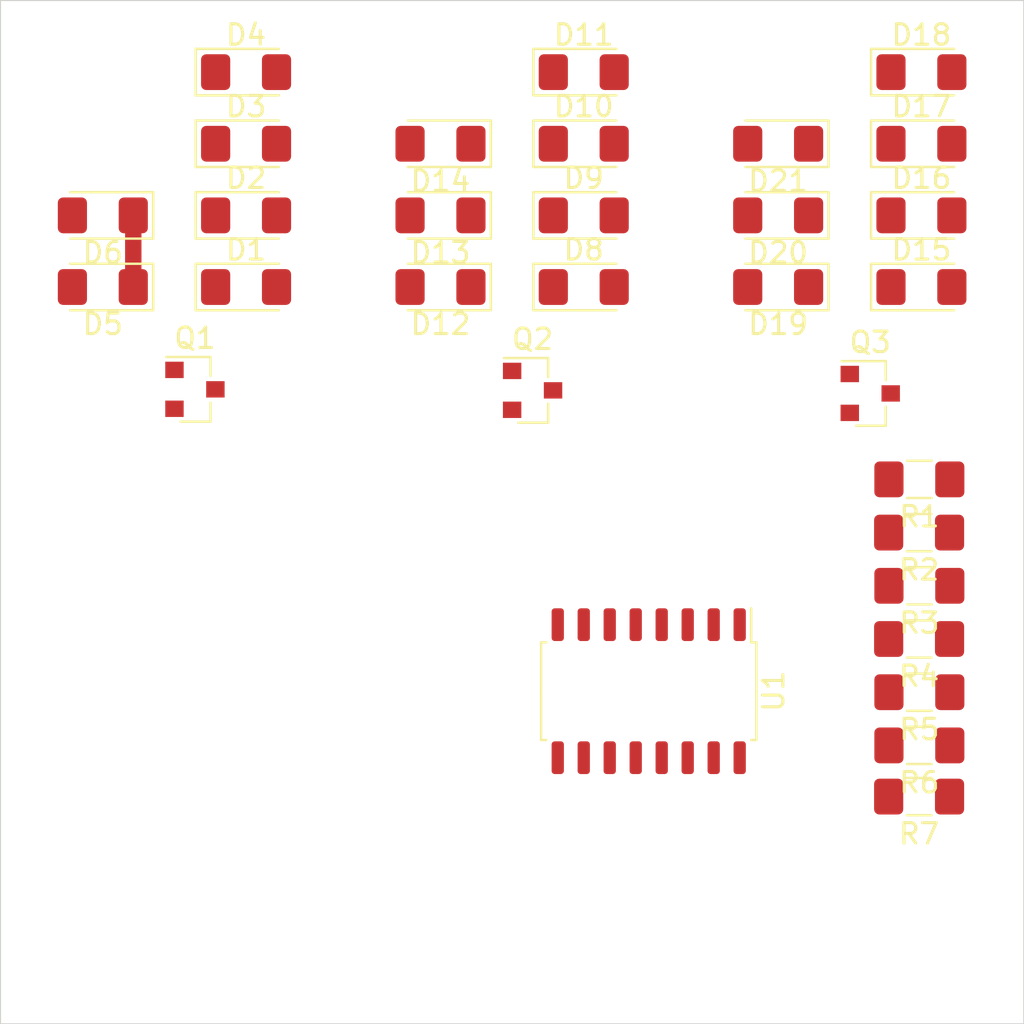
<source format=kicad_pcb>
(kicad_pcb (version 20171130) (host pcbnew 5.1.4+dfsg1-1)

  (general
    (thickness 1.6)
    (drawings 4)
    (tracks 1)
    (zones 0)
    (modules 31)
    (nets 30)
  )

  (page A4)
  (layers
    (0 F.Cu signal)
    (31 B.Cu signal)
    (32 B.Adhes user)
    (33 F.Adhes user)
    (34 B.Paste user)
    (35 F.Paste user)
    (36 B.SilkS user)
    (37 F.SilkS user)
    (38 B.Mask user)
    (39 F.Mask user)
    (40 Dwgs.User user)
    (41 Cmts.User user)
    (42 Eco1.User user)
    (43 Eco2.User user)
    (44 Edge.Cuts user)
    (45 Margin user)
    (46 B.CrtYd user)
    (47 F.CrtYd user)
    (48 B.Fab user)
    (49 F.Fab user)
  )

  (setup
    (last_trace_width 0.5)
    (user_trace_width 0.5)
    (user_trace_width 0.8)
    (trace_clearance 0.2)
    (zone_clearance 0.508)
    (zone_45_only no)
    (trace_min 0.2)
    (via_size 0.8)
    (via_drill 0.4)
    (via_min_size 0.4)
    (via_min_drill 0.3)
    (uvia_size 0.3)
    (uvia_drill 0.1)
    (uvias_allowed no)
    (uvia_min_size 0.2)
    (uvia_min_drill 0.1)
    (edge_width 0.05)
    (segment_width 0.2)
    (pcb_text_width 0.3)
    (pcb_text_size 1.5 1.5)
    (mod_edge_width 0.12)
    (mod_text_size 1 1)
    (mod_text_width 0.15)
    (pad_size 1.425 1.75)
    (pad_drill 0)
    (pad_to_mask_clearance 0.051)
    (solder_mask_min_width 0.25)
    (aux_axis_origin 0 0)
    (visible_elements FFFFFF7F)
    (pcbplotparams
      (layerselection 0x010fc_ffffffff)
      (usegerberextensions false)
      (usegerberattributes false)
      (usegerberadvancedattributes false)
      (creategerberjobfile false)
      (excludeedgelayer true)
      (linewidth 0.100000)
      (plotframeref false)
      (viasonmask false)
      (mode 1)
      (useauxorigin false)
      (hpglpennumber 1)
      (hpglpenspeed 20)
      (hpglpendiameter 15.000000)
      (psnegative false)
      (psa4output false)
      (plotreference true)
      (plotvalue true)
      (plotinvisibletext false)
      (padsonsilk false)
      (subtractmaskfromsilk false)
      (outputformat 1)
      (mirror false)
      (drillshape 1)
      (scaleselection 1)
      (outputdirectory ""))
  )

  (net 0 "")
  (net 1 /L3)
  (net 2 "Net-(D1-Pad1)")
  (net 3 /L2)
  (net 4 /L1)
  (net 5 /L0)
  (net 6 /L6)
  (net 7 /L5)
  (net 8 /L4)
  (net 9 "Net-(D10-Pad1)")
  (net 10 "Net-(D15-Pad1)")
  (net 11 GND)
  (net 12 /Horas)
  (net 13 /Minutos)
  (net 14 /Segundos)
  (net 15 "Net-(R1-Pad2)")
  (net 16 "Net-(R2-Pad2)")
  (net 17 "Net-(R3-Pad2)")
  (net 18 "Net-(R4-Pad2)")
  (net 19 "Net-(R5-Pad2)")
  (net 20 "Net-(R6-Pad2)")
  (net 21 "Net-(R7-Pad2)")
  (net 22 VCC)
  (net 23 "Net-(U1-Pad7)")
  (net 24 "Net-(U1-Pad9)")
  (net 25 "Net-(U1-Pad10)")
  (net 26 "Net-(U1-Pad11)")
  (net 27 "Net-(U1-Pad12)")
  (net 28 "Net-(U1-Pad13)")
  (net 29 "Net-(U1-Pad14)")

  (net_class Default "Esta es la clase de red por defecto."
    (clearance 0.2)
    (trace_width 0.25)
    (via_dia 0.8)
    (via_drill 0.4)
    (uvia_dia 0.3)
    (uvia_drill 0.1)
    (add_net /Horas)
    (add_net /L0)
    (add_net /L1)
    (add_net /L2)
    (add_net /L3)
    (add_net /L4)
    (add_net /L5)
    (add_net /L6)
    (add_net /Minutos)
    (add_net /Segundos)
    (add_net GND)
    (add_net "Net-(D1-Pad1)")
    (add_net "Net-(D10-Pad1)")
    (add_net "Net-(D15-Pad1)")
    (add_net "Net-(R1-Pad2)")
    (add_net "Net-(R2-Pad2)")
    (add_net "Net-(R3-Pad2)")
    (add_net "Net-(R4-Pad2)")
    (add_net "Net-(R5-Pad2)")
    (add_net "Net-(R6-Pad2)")
    (add_net "Net-(R7-Pad2)")
    (add_net "Net-(U1-Pad10)")
    (add_net "Net-(U1-Pad11)")
    (add_net "Net-(U1-Pad12)")
    (add_net "Net-(U1-Pad13)")
    (add_net "Net-(U1-Pad14)")
    (add_net "Net-(U1-Pad7)")
    (add_net "Net-(U1-Pad9)")
    (add_net VCC)
  )

  (module LED_SMD:LED_1206_3216Metric_Pad1.42x1.75mm_HandSolder (layer F.Cu) (tedit 5B4B45C9) (tstamp 5E57FF59)
    (at 12 14)
    (descr "LED SMD 1206 (3216 Metric), square (rectangular) end terminal, IPC_7351 nominal, (Body size source: http://www.tortai-tech.com/upload/download/2011102023233369053.pdf), generated with kicad-footprint-generator")
    (tags "LED handsolder")
    (path /5E58BDE9)
    (attr smd)
    (fp_text reference D1 (at 0 -1.82) (layer F.SilkS)
      (effects (font (size 1 1) (thickness 0.15)))
    )
    (fp_text value LED (at 0 1.82) (layer F.Fab)
      (effects (font (size 1 1) (thickness 0.15)))
    )
    (fp_text user %R (at 0 0) (layer F.Fab)
      (effects (font (size 0.8 0.8) (thickness 0.12)))
    )
    (fp_line (start 2.45 1.12) (end -2.45 1.12) (layer F.CrtYd) (width 0.05))
    (fp_line (start 2.45 -1.12) (end 2.45 1.12) (layer F.CrtYd) (width 0.05))
    (fp_line (start -2.45 -1.12) (end 2.45 -1.12) (layer F.CrtYd) (width 0.05))
    (fp_line (start -2.45 1.12) (end -2.45 -1.12) (layer F.CrtYd) (width 0.05))
    (fp_line (start -2.46 1.135) (end 1.6 1.135) (layer F.SilkS) (width 0.12))
    (fp_line (start -2.46 -1.135) (end -2.46 1.135) (layer F.SilkS) (width 0.12))
    (fp_line (start 1.6 -1.135) (end -2.46 -1.135) (layer F.SilkS) (width 0.12))
    (fp_line (start 1.6 0.8) (end 1.6 -0.8) (layer F.Fab) (width 0.1))
    (fp_line (start -1.6 0.8) (end 1.6 0.8) (layer F.Fab) (width 0.1))
    (fp_line (start -1.6 -0.4) (end -1.6 0.8) (layer F.Fab) (width 0.1))
    (fp_line (start -1.2 -0.8) (end -1.6 -0.4) (layer F.Fab) (width 0.1))
    (fp_line (start 1.6 -0.8) (end -1.2 -0.8) (layer F.Fab) (width 0.1))
    (pad 2 smd roundrect (at 1.4875 0) (size 1.425 1.75) (layers F.Cu F.Paste F.Mask) (roundrect_rratio 0.175439)
      (net 5 /L0))
    (pad 1 smd roundrect (at -1.4875 0) (size 1.425 1.75) (layers F.Cu F.Paste F.Mask) (roundrect_rratio 0.175439)
      (net 2 "Net-(D1-Pad1)"))
    (model ${KISYS3DMOD}/LED_SMD.3dshapes/LED_1206_3216Metric.wrl
      (at (xyz 0 0 0))
      (scale (xyz 1 1 1))
      (rotate (xyz 0 0 0))
    )
  )

  (module LED_SMD:LED_1206_3216Metric_Pad1.42x1.75mm_HandSolder (layer F.Cu) (tedit 5B4B45C9) (tstamp 5E57FF6C)
    (at 12 10.5)
    (descr "LED SMD 1206 (3216 Metric), square (rectangular) end terminal, IPC_7351 nominal, (Body size source: http://www.tortai-tech.com/upload/download/2011102023233369053.pdf), generated with kicad-footprint-generator")
    (tags "LED handsolder")
    (path /5E58BE0D)
    (attr smd)
    (fp_text reference D2 (at 0 -1.82) (layer F.SilkS)
      (effects (font (size 1 1) (thickness 0.15)))
    )
    (fp_text value LED (at 0 1.82) (layer F.Fab)
      (effects (font (size 1 1) (thickness 0.15)))
    )
    (fp_text user %R (at 0 0) (layer F.Fab)
      (effects (font (size 0.8 0.8) (thickness 0.12)))
    )
    (fp_line (start 2.45 1.12) (end -2.45 1.12) (layer F.CrtYd) (width 0.05))
    (fp_line (start 2.45 -1.12) (end 2.45 1.12) (layer F.CrtYd) (width 0.05))
    (fp_line (start -2.45 -1.12) (end 2.45 -1.12) (layer F.CrtYd) (width 0.05))
    (fp_line (start -2.45 1.12) (end -2.45 -1.12) (layer F.CrtYd) (width 0.05))
    (fp_line (start -2.46 1.135) (end 1.6 1.135) (layer F.SilkS) (width 0.12))
    (fp_line (start -2.46 -1.135) (end -2.46 1.135) (layer F.SilkS) (width 0.12))
    (fp_line (start 1.6 -1.135) (end -2.46 -1.135) (layer F.SilkS) (width 0.12))
    (fp_line (start 1.6 0.8) (end 1.6 -0.8) (layer F.Fab) (width 0.1))
    (fp_line (start -1.6 0.8) (end 1.6 0.8) (layer F.Fab) (width 0.1))
    (fp_line (start -1.6 -0.4) (end -1.6 0.8) (layer F.Fab) (width 0.1))
    (fp_line (start -1.2 -0.8) (end -1.6 -0.4) (layer F.Fab) (width 0.1))
    (fp_line (start 1.6 -0.8) (end -1.2 -0.8) (layer F.Fab) (width 0.1))
    (pad 2 smd roundrect (at 1.4875 0) (size 1.425 1.75) (layers F.Cu F.Paste F.Mask) (roundrect_rratio 0.175439)
      (net 4 /L1))
    (pad 1 smd roundrect (at -1.4875 0) (size 1.425 1.75) (layers F.Cu F.Paste F.Mask) (roundrect_rratio 0.175439)
      (net 2 "Net-(D1-Pad1)"))
    (model ${KISYS3DMOD}/LED_SMD.3dshapes/LED_1206_3216Metric.wrl
      (at (xyz 0 0 0))
      (scale (xyz 1 1 1))
      (rotate (xyz 0 0 0))
    )
  )

  (module LED_SMD:LED_1206_3216Metric_Pad1.42x1.75mm_HandSolder (layer F.Cu) (tedit 5B4B45C9) (tstamp 5E57FF7F)
    (at 12 7)
    (descr "LED SMD 1206 (3216 Metric), square (rectangular) end terminal, IPC_7351 nominal, (Body size source: http://www.tortai-tech.com/upload/download/2011102023233369053.pdf), generated with kicad-footprint-generator")
    (tags "LED handsolder")
    (path /5E58BDEF)
    (attr smd)
    (fp_text reference D3 (at 0 -1.82) (layer F.SilkS)
      (effects (font (size 1 1) (thickness 0.15)))
    )
    (fp_text value LED (at 0 1.82) (layer F.Fab)
      (effects (font (size 1 1) (thickness 0.15)))
    )
    (fp_line (start 1.6 -0.8) (end -1.2 -0.8) (layer F.Fab) (width 0.1))
    (fp_line (start -1.2 -0.8) (end -1.6 -0.4) (layer F.Fab) (width 0.1))
    (fp_line (start -1.6 -0.4) (end -1.6 0.8) (layer F.Fab) (width 0.1))
    (fp_line (start -1.6 0.8) (end 1.6 0.8) (layer F.Fab) (width 0.1))
    (fp_line (start 1.6 0.8) (end 1.6 -0.8) (layer F.Fab) (width 0.1))
    (fp_line (start 1.6 -1.135) (end -2.46 -1.135) (layer F.SilkS) (width 0.12))
    (fp_line (start -2.46 -1.135) (end -2.46 1.135) (layer F.SilkS) (width 0.12))
    (fp_line (start -2.46 1.135) (end 1.6 1.135) (layer F.SilkS) (width 0.12))
    (fp_line (start -2.45 1.12) (end -2.45 -1.12) (layer F.CrtYd) (width 0.05))
    (fp_line (start -2.45 -1.12) (end 2.45 -1.12) (layer F.CrtYd) (width 0.05))
    (fp_line (start 2.45 -1.12) (end 2.45 1.12) (layer F.CrtYd) (width 0.05))
    (fp_line (start 2.45 1.12) (end -2.45 1.12) (layer F.CrtYd) (width 0.05))
    (fp_text user %R (at 0 0) (layer F.Fab)
      (effects (font (size 0.8 0.8) (thickness 0.12)))
    )
    (pad 1 smd roundrect (at -1.4875 0) (size 1.425 1.75) (layers F.Cu F.Paste F.Mask) (roundrect_rratio 0.175439)
      (net 2 "Net-(D1-Pad1)"))
    (pad 2 smd roundrect (at 1.4875 0) (size 1.425 1.75) (layers F.Cu F.Paste F.Mask) (roundrect_rratio 0.175439)
      (net 3 /L2))
    (model ${KISYS3DMOD}/LED_SMD.3dshapes/LED_1206_3216Metric.wrl
      (at (xyz 0 0 0))
      (scale (xyz 1 1 1))
      (rotate (xyz 0 0 0))
    )
  )

  (module LED_SMD:LED_1206_3216Metric_Pad1.42x1.75mm_HandSolder (layer F.Cu) (tedit 5B4B45C9) (tstamp 5E57FF92)
    (at 12 3.5)
    (descr "LED SMD 1206 (3216 Metric), square (rectangular) end terminal, IPC_7351 nominal, (Body size source: http://www.tortai-tech.com/upload/download/2011102023233369053.pdf), generated with kicad-footprint-generator")
    (tags "LED handsolder")
    (path /5E58BDF5)
    (attr smd)
    (fp_text reference D4 (at 0 -1.82) (layer F.SilkS)
      (effects (font (size 1 1) (thickness 0.15)))
    )
    (fp_text value LED (at 0 1.82) (layer F.Fab)
      (effects (font (size 1 1) (thickness 0.15)))
    )
    (fp_text user %R (at 0 0) (layer F.Fab)
      (effects (font (size 0.8 0.8) (thickness 0.12)))
    )
    (fp_line (start 2.45 1.12) (end -2.45 1.12) (layer F.CrtYd) (width 0.05))
    (fp_line (start 2.45 -1.12) (end 2.45 1.12) (layer F.CrtYd) (width 0.05))
    (fp_line (start -2.45 -1.12) (end 2.45 -1.12) (layer F.CrtYd) (width 0.05))
    (fp_line (start -2.45 1.12) (end -2.45 -1.12) (layer F.CrtYd) (width 0.05))
    (fp_line (start -2.46 1.135) (end 1.6 1.135) (layer F.SilkS) (width 0.12))
    (fp_line (start -2.46 -1.135) (end -2.46 1.135) (layer F.SilkS) (width 0.12))
    (fp_line (start 1.6 -1.135) (end -2.46 -1.135) (layer F.SilkS) (width 0.12))
    (fp_line (start 1.6 0.8) (end 1.6 -0.8) (layer F.Fab) (width 0.1))
    (fp_line (start -1.6 0.8) (end 1.6 0.8) (layer F.Fab) (width 0.1))
    (fp_line (start -1.6 -0.4) (end -1.6 0.8) (layer F.Fab) (width 0.1))
    (fp_line (start -1.2 -0.8) (end -1.6 -0.4) (layer F.Fab) (width 0.1))
    (fp_line (start 1.6 -0.8) (end -1.2 -0.8) (layer F.Fab) (width 0.1))
    (pad 2 smd roundrect (at 1.4875 0) (size 1.425 1.75) (layers F.Cu F.Paste F.Mask) (roundrect_rratio 0.175439)
      (net 1 /L3))
    (pad 1 smd roundrect (at -1.4875 0) (size 1.425 1.75) (layers F.Cu F.Paste F.Mask) (roundrect_rratio 0.175439)
      (net 2 "Net-(D1-Pad1)"))
    (model ${KISYS3DMOD}/LED_SMD.3dshapes/LED_1206_3216Metric.wrl
      (at (xyz 0 0 0))
      (scale (xyz 1 1 1))
      (rotate (xyz 0 0 0))
    )
  )

  (module LED_SMD:LED_1206_3216Metric_Pad1.42x1.75mm_HandSolder (layer F.Cu) (tedit 5B4B45C9) (tstamp 5E57FFA5)
    (at 5 14 180)
    (descr "LED SMD 1206 (3216 Metric), square (rectangular) end terminal, IPC_7351 nominal, (Body size source: http://www.tortai-tech.com/upload/download/2011102023233369053.pdf), generated with kicad-footprint-generator")
    (tags "LED handsolder")
    (path /5E58BDFB)
    (attr smd)
    (fp_text reference D5 (at 0 -1.82) (layer F.SilkS)
      (effects (font (size 1 1) (thickness 0.15)))
    )
    (fp_text value LED (at 0 1.82) (layer F.Fab)
      (effects (font (size 1 1) (thickness 0.15)))
    )
    (fp_line (start 1.6 -0.8) (end -1.2 -0.8) (layer F.Fab) (width 0.1))
    (fp_line (start -1.2 -0.8) (end -1.6 -0.4) (layer F.Fab) (width 0.1))
    (fp_line (start -1.6 -0.4) (end -1.6 0.8) (layer F.Fab) (width 0.1))
    (fp_line (start -1.6 0.8) (end 1.6 0.8) (layer F.Fab) (width 0.1))
    (fp_line (start 1.6 0.8) (end 1.6 -0.8) (layer F.Fab) (width 0.1))
    (fp_line (start 1.6 -1.135) (end -2.46 -1.135) (layer F.SilkS) (width 0.12))
    (fp_line (start -2.46 -1.135) (end -2.46 1.135) (layer F.SilkS) (width 0.12))
    (fp_line (start -2.46 1.135) (end 1.6 1.135) (layer F.SilkS) (width 0.12))
    (fp_line (start -2.45 1.12) (end -2.45 -1.12) (layer F.CrtYd) (width 0.05))
    (fp_line (start -2.45 -1.12) (end 2.45 -1.12) (layer F.CrtYd) (width 0.05))
    (fp_line (start 2.45 -1.12) (end 2.45 1.12) (layer F.CrtYd) (width 0.05))
    (fp_line (start 2.45 1.12) (end -2.45 1.12) (layer F.CrtYd) (width 0.05))
    (fp_text user %R (at 0 0 180) (layer F.Fab)
      (effects (font (size 0.8 0.8) (thickness 0.12)))
    )
    (pad 1 smd roundrect (at -1.4875 0 180) (size 1.425 1.75) (layers F.Cu F.Paste F.Mask) (roundrect_rratio 0.175439)
      (net 2 "Net-(D1-Pad1)"))
    (pad 2 smd roundrect (at 1.4875 0 180) (size 1.425 1.75) (layers F.Cu F.Paste F.Mask) (roundrect_rratio 0.175439)
      (net 8 /L4))
    (model ${KISYS3DMOD}/LED_SMD.3dshapes/LED_1206_3216Metric.wrl
      (at (xyz 0 0 0))
      (scale (xyz 1 1 1))
      (rotate (xyz 0 0 0))
    )
  )

  (module LED_SMD:LED_1206_3216Metric_Pad1.42x1.75mm_HandSolder (layer F.Cu) (tedit 5B4B45C9) (tstamp 5E57FFB8)
    (at 5 10.5 180)
    (descr "LED SMD 1206 (3216 Metric), square (rectangular) end terminal, IPC_7351 nominal, (Body size source: http://www.tortai-tech.com/upload/download/2011102023233369053.pdf), generated with kicad-footprint-generator")
    (tags "LED handsolder")
    (path /5E58BE01)
    (attr smd)
    (fp_text reference D6 (at 0 -1.82) (layer F.SilkS)
      (effects (font (size 1 1) (thickness 0.15)))
    )
    (fp_text value LED (at 0 1.82) (layer F.Fab)
      (effects (font (size 1 1) (thickness 0.15)))
    )
    (fp_text user %R (at 0 0) (layer F.Fab)
      (effects (font (size 0.8 0.8) (thickness 0.12)))
    )
    (fp_line (start 2.45 1.12) (end -2.45 1.12) (layer F.CrtYd) (width 0.05))
    (fp_line (start 2.45 -1.12) (end 2.45 1.12) (layer F.CrtYd) (width 0.05))
    (fp_line (start -2.45 -1.12) (end 2.45 -1.12) (layer F.CrtYd) (width 0.05))
    (fp_line (start -2.45 1.12) (end -2.45 -1.12) (layer F.CrtYd) (width 0.05))
    (fp_line (start -2.46 1.135) (end 1.6 1.135) (layer F.SilkS) (width 0.12))
    (fp_line (start -2.46 -1.135) (end -2.46 1.135) (layer F.SilkS) (width 0.12))
    (fp_line (start 1.6 -1.135) (end -2.46 -1.135) (layer F.SilkS) (width 0.12))
    (fp_line (start 1.6 0.8) (end 1.6 -0.8) (layer F.Fab) (width 0.1))
    (fp_line (start -1.6 0.8) (end 1.6 0.8) (layer F.Fab) (width 0.1))
    (fp_line (start -1.6 -0.4) (end -1.6 0.8) (layer F.Fab) (width 0.1))
    (fp_line (start -1.2 -0.8) (end -1.6 -0.4) (layer F.Fab) (width 0.1))
    (fp_line (start 1.6 -0.8) (end -1.2 -0.8) (layer F.Fab) (width 0.1))
    (pad 2 smd roundrect (at 1.4875 0 180) (size 1.425 1.75) (layers F.Cu F.Paste F.Mask) (roundrect_rratio 0.175439)
      (net 7 /L5))
    (pad 1 smd roundrect (at -1.4875 0 180) (size 1.425 1.75) (layers F.Cu F.Paste F.Mask) (roundrect_rratio 0.175439)
      (net 2 "Net-(D1-Pad1)"))
    (model ${KISYS3DMOD}/LED_SMD.3dshapes/LED_1206_3216Metric.wrl
      (at (xyz 0 0 0))
      (scale (xyz 1 1 1))
      (rotate (xyz 0 0 0))
    )
  )

  (module LED_SMD:LED_1206_3216Metric_Pad1.42x1.75mm_HandSolder (layer F.Cu) (tedit 5B4B45C9) (tstamp 5E57FFDE)
    (at 28.5 14)
    (descr "LED SMD 1206 (3216 Metric), square (rectangular) end terminal, IPC_7351 nominal, (Body size source: http://www.tortai-tech.com/upload/download/2011102023233369053.pdf), generated with kicad-footprint-generator")
    (tags "LED handsolder")
    (path /5E5891D8)
    (attr smd)
    (fp_text reference D8 (at 0 -1.82) (layer F.SilkS)
      (effects (font (size 1 1) (thickness 0.15)))
    )
    (fp_text value LED (at 0 1.82) (layer F.Fab)
      (effects (font (size 1 1) (thickness 0.15)))
    )
    (fp_line (start 1.6 -0.8) (end -1.2 -0.8) (layer F.Fab) (width 0.1))
    (fp_line (start -1.2 -0.8) (end -1.6 -0.4) (layer F.Fab) (width 0.1))
    (fp_line (start -1.6 -0.4) (end -1.6 0.8) (layer F.Fab) (width 0.1))
    (fp_line (start -1.6 0.8) (end 1.6 0.8) (layer F.Fab) (width 0.1))
    (fp_line (start 1.6 0.8) (end 1.6 -0.8) (layer F.Fab) (width 0.1))
    (fp_line (start 1.6 -1.135) (end -2.46 -1.135) (layer F.SilkS) (width 0.12))
    (fp_line (start -2.46 -1.135) (end -2.46 1.135) (layer F.SilkS) (width 0.12))
    (fp_line (start -2.46 1.135) (end 1.6 1.135) (layer F.SilkS) (width 0.12))
    (fp_line (start -2.45 1.12) (end -2.45 -1.12) (layer F.CrtYd) (width 0.05))
    (fp_line (start -2.45 -1.12) (end 2.45 -1.12) (layer F.CrtYd) (width 0.05))
    (fp_line (start 2.45 -1.12) (end 2.45 1.12) (layer F.CrtYd) (width 0.05))
    (fp_line (start 2.45 1.12) (end -2.45 1.12) (layer F.CrtYd) (width 0.05))
    (fp_text user %R (at 0 0) (layer F.Fab)
      (effects (font (size 0.8 0.8) (thickness 0.12)))
    )
    (pad 1 smd roundrect (at -1.4875 0) (size 1.425 1.75) (layers F.Cu F.Paste F.Mask) (roundrect_rratio 0.175439)
      (net 9 "Net-(D10-Pad1)"))
    (pad 2 smd roundrect (at 1.4875 0) (size 1.425 1.75) (layers F.Cu F.Paste F.Mask) (roundrect_rratio 0.175439)
      (net 5 /L0))
    (model ${KISYS3DMOD}/LED_SMD.3dshapes/LED_1206_3216Metric.wrl
      (at (xyz 0 0 0))
      (scale (xyz 1 1 1))
      (rotate (xyz 0 0 0))
    )
  )

  (module LED_SMD:LED_1206_3216Metric_Pad1.42x1.75mm_HandSolder (layer F.Cu) (tedit 5B4B45C9) (tstamp 5E57FFF1)
    (at 28.5 10.5)
    (descr "LED SMD 1206 (3216 Metric), square (rectangular) end terminal, IPC_7351 nominal, (Body size source: http://www.tortai-tech.com/upload/download/2011102023233369053.pdf), generated with kicad-footprint-generator")
    (tags "LED handsolder")
    (path /5E5891FC)
    (attr smd)
    (fp_text reference D9 (at 0 -1.82) (layer F.SilkS)
      (effects (font (size 1 1) (thickness 0.15)))
    )
    (fp_text value LED (at 0 1.82) (layer F.Fab)
      (effects (font (size 1 1) (thickness 0.15)))
    )
    (fp_line (start 1.6 -0.8) (end -1.2 -0.8) (layer F.Fab) (width 0.1))
    (fp_line (start -1.2 -0.8) (end -1.6 -0.4) (layer F.Fab) (width 0.1))
    (fp_line (start -1.6 -0.4) (end -1.6 0.8) (layer F.Fab) (width 0.1))
    (fp_line (start -1.6 0.8) (end 1.6 0.8) (layer F.Fab) (width 0.1))
    (fp_line (start 1.6 0.8) (end 1.6 -0.8) (layer F.Fab) (width 0.1))
    (fp_line (start 1.6 -1.135) (end -2.46 -1.135) (layer F.SilkS) (width 0.12))
    (fp_line (start -2.46 -1.135) (end -2.46 1.135) (layer F.SilkS) (width 0.12))
    (fp_line (start -2.46 1.135) (end 1.6 1.135) (layer F.SilkS) (width 0.12))
    (fp_line (start -2.45 1.12) (end -2.45 -1.12) (layer F.CrtYd) (width 0.05))
    (fp_line (start -2.45 -1.12) (end 2.45 -1.12) (layer F.CrtYd) (width 0.05))
    (fp_line (start 2.45 -1.12) (end 2.45 1.12) (layer F.CrtYd) (width 0.05))
    (fp_line (start 2.45 1.12) (end -2.45 1.12) (layer F.CrtYd) (width 0.05))
    (fp_text user %R (at 0 0) (layer F.Fab)
      (effects (font (size 0.8 0.8) (thickness 0.12)))
    )
    (pad 1 smd roundrect (at -1.4875 0) (size 1.425 1.75) (layers F.Cu F.Paste F.Mask) (roundrect_rratio 0.175439)
      (net 9 "Net-(D10-Pad1)"))
    (pad 2 smd roundrect (at 1.4875 0) (size 1.425 1.75) (layers F.Cu F.Paste F.Mask) (roundrect_rratio 0.175439)
      (net 4 /L1))
    (model ${KISYS3DMOD}/LED_SMD.3dshapes/LED_1206_3216Metric.wrl
      (at (xyz 0 0 0))
      (scale (xyz 1 1 1))
      (rotate (xyz 0 0 0))
    )
  )

  (module LED_SMD:LED_1206_3216Metric_Pad1.42x1.75mm_HandSolder (layer F.Cu) (tedit 5B4B45C9) (tstamp 5E580004)
    (at 28.5 7)
    (descr "LED SMD 1206 (3216 Metric), square (rectangular) end terminal, IPC_7351 nominal, (Body size source: http://www.tortai-tech.com/upload/download/2011102023233369053.pdf), generated with kicad-footprint-generator")
    (tags "LED handsolder")
    (path /5E5891DE)
    (attr smd)
    (fp_text reference D10 (at 0 -1.82) (layer F.SilkS)
      (effects (font (size 1 1) (thickness 0.15)))
    )
    (fp_text value LED (at 0 1.82) (layer F.Fab)
      (effects (font (size 1 1) (thickness 0.15)))
    )
    (fp_text user %R (at 0 0) (layer F.Fab)
      (effects (font (size 0.8 0.8) (thickness 0.12)))
    )
    (fp_line (start 2.45 1.12) (end -2.45 1.12) (layer F.CrtYd) (width 0.05))
    (fp_line (start 2.45 -1.12) (end 2.45 1.12) (layer F.CrtYd) (width 0.05))
    (fp_line (start -2.45 -1.12) (end 2.45 -1.12) (layer F.CrtYd) (width 0.05))
    (fp_line (start -2.45 1.12) (end -2.45 -1.12) (layer F.CrtYd) (width 0.05))
    (fp_line (start -2.46 1.135) (end 1.6 1.135) (layer F.SilkS) (width 0.12))
    (fp_line (start -2.46 -1.135) (end -2.46 1.135) (layer F.SilkS) (width 0.12))
    (fp_line (start 1.6 -1.135) (end -2.46 -1.135) (layer F.SilkS) (width 0.12))
    (fp_line (start 1.6 0.8) (end 1.6 -0.8) (layer F.Fab) (width 0.1))
    (fp_line (start -1.6 0.8) (end 1.6 0.8) (layer F.Fab) (width 0.1))
    (fp_line (start -1.6 -0.4) (end -1.6 0.8) (layer F.Fab) (width 0.1))
    (fp_line (start -1.2 -0.8) (end -1.6 -0.4) (layer F.Fab) (width 0.1))
    (fp_line (start 1.6 -0.8) (end -1.2 -0.8) (layer F.Fab) (width 0.1))
    (pad 2 smd roundrect (at 1.4875 0) (size 1.425 1.75) (layers F.Cu F.Paste F.Mask) (roundrect_rratio 0.175439)
      (net 3 /L2))
    (pad 1 smd roundrect (at -1.4875 0) (size 1.425 1.75) (layers F.Cu F.Paste F.Mask) (roundrect_rratio 0.175439)
      (net 9 "Net-(D10-Pad1)"))
    (model ${KISYS3DMOD}/LED_SMD.3dshapes/LED_1206_3216Metric.wrl
      (at (xyz 0 0 0))
      (scale (xyz 1 1 1))
      (rotate (xyz 0 0 0))
    )
  )

  (module LED_SMD:LED_1206_3216Metric_Pad1.42x1.75mm_HandSolder (layer F.Cu) (tedit 5B4B45C9) (tstamp 5E580017)
    (at 28.5 3.5)
    (descr "LED SMD 1206 (3216 Metric), square (rectangular) end terminal, IPC_7351 nominal, (Body size source: http://www.tortai-tech.com/upload/download/2011102023233369053.pdf), generated with kicad-footprint-generator")
    (tags "LED handsolder")
    (path /5E5891E4)
    (attr smd)
    (fp_text reference D11 (at 0 -1.82) (layer F.SilkS)
      (effects (font (size 1 1) (thickness 0.15)))
    )
    (fp_text value LED (at 0 1.82) (layer F.Fab)
      (effects (font (size 1 1) (thickness 0.15)))
    )
    (fp_line (start 1.6 -0.8) (end -1.2 -0.8) (layer F.Fab) (width 0.1))
    (fp_line (start -1.2 -0.8) (end -1.6 -0.4) (layer F.Fab) (width 0.1))
    (fp_line (start -1.6 -0.4) (end -1.6 0.8) (layer F.Fab) (width 0.1))
    (fp_line (start -1.6 0.8) (end 1.6 0.8) (layer F.Fab) (width 0.1))
    (fp_line (start 1.6 0.8) (end 1.6 -0.8) (layer F.Fab) (width 0.1))
    (fp_line (start 1.6 -1.135) (end -2.46 -1.135) (layer F.SilkS) (width 0.12))
    (fp_line (start -2.46 -1.135) (end -2.46 1.135) (layer F.SilkS) (width 0.12))
    (fp_line (start -2.46 1.135) (end 1.6 1.135) (layer F.SilkS) (width 0.12))
    (fp_line (start -2.45 1.12) (end -2.45 -1.12) (layer F.CrtYd) (width 0.05))
    (fp_line (start -2.45 -1.12) (end 2.45 -1.12) (layer F.CrtYd) (width 0.05))
    (fp_line (start 2.45 -1.12) (end 2.45 1.12) (layer F.CrtYd) (width 0.05))
    (fp_line (start 2.45 1.12) (end -2.45 1.12) (layer F.CrtYd) (width 0.05))
    (fp_text user %R (at 0 0) (layer F.Fab)
      (effects (font (size 0.8 0.8) (thickness 0.12)))
    )
    (pad 1 smd roundrect (at -1.4875 0) (size 1.425 1.75) (layers F.Cu F.Paste F.Mask) (roundrect_rratio 0.175439)
      (net 9 "Net-(D10-Pad1)"))
    (pad 2 smd roundrect (at 1.4875 0) (size 1.425 1.75) (layers F.Cu F.Paste F.Mask) (roundrect_rratio 0.175439)
      (net 1 /L3))
    (model ${KISYS3DMOD}/LED_SMD.3dshapes/LED_1206_3216Metric.wrl
      (at (xyz 0 0 0))
      (scale (xyz 1 1 1))
      (rotate (xyz 0 0 0))
    )
  )

  (module LED_SMD:LED_1206_3216Metric_Pad1.42x1.75mm_HandSolder (layer F.Cu) (tedit 5B4B45C9) (tstamp 5E58002A)
    (at 21.5 14 180)
    (descr "LED SMD 1206 (3216 Metric), square (rectangular) end terminal, IPC_7351 nominal, (Body size source: http://www.tortai-tech.com/upload/download/2011102023233369053.pdf), generated with kicad-footprint-generator")
    (tags "LED handsolder")
    (path /5E5891EA)
    (attr smd)
    (fp_text reference D12 (at 0 -1.82) (layer F.SilkS)
      (effects (font (size 1 1) (thickness 0.15)))
    )
    (fp_text value LED (at 0 1.82) (layer F.Fab)
      (effects (font (size 1 1) (thickness 0.15)))
    )
    (fp_text user %R (at 0 0) (layer F.Fab)
      (effects (font (size 0.8 0.8) (thickness 0.12)))
    )
    (fp_line (start 2.45 1.12) (end -2.45 1.12) (layer F.CrtYd) (width 0.05))
    (fp_line (start 2.45 -1.12) (end 2.45 1.12) (layer F.CrtYd) (width 0.05))
    (fp_line (start -2.45 -1.12) (end 2.45 -1.12) (layer F.CrtYd) (width 0.05))
    (fp_line (start -2.45 1.12) (end -2.45 -1.12) (layer F.CrtYd) (width 0.05))
    (fp_line (start -2.46 1.135) (end 1.6 1.135) (layer F.SilkS) (width 0.12))
    (fp_line (start -2.46 -1.135) (end -2.46 1.135) (layer F.SilkS) (width 0.12))
    (fp_line (start 1.6 -1.135) (end -2.46 -1.135) (layer F.SilkS) (width 0.12))
    (fp_line (start 1.6 0.8) (end 1.6 -0.8) (layer F.Fab) (width 0.1))
    (fp_line (start -1.6 0.8) (end 1.6 0.8) (layer F.Fab) (width 0.1))
    (fp_line (start -1.6 -0.4) (end -1.6 0.8) (layer F.Fab) (width 0.1))
    (fp_line (start -1.2 -0.8) (end -1.6 -0.4) (layer F.Fab) (width 0.1))
    (fp_line (start 1.6 -0.8) (end -1.2 -0.8) (layer F.Fab) (width 0.1))
    (pad 2 smd roundrect (at 1.4875 0 180) (size 1.425 1.75) (layers F.Cu F.Paste F.Mask) (roundrect_rratio 0.175439)
      (net 8 /L4))
    (pad 1 smd roundrect (at -1.4875 0 180) (size 1.425 1.75) (layers F.Cu F.Paste F.Mask) (roundrect_rratio 0.175439)
      (net 9 "Net-(D10-Pad1)"))
    (model ${KISYS3DMOD}/LED_SMD.3dshapes/LED_1206_3216Metric.wrl
      (at (xyz 0 0 0))
      (scale (xyz 1 1 1))
      (rotate (xyz 0 0 0))
    )
  )

  (module LED_SMD:LED_1206_3216Metric_Pad1.42x1.75mm_HandSolder (layer F.Cu) (tedit 5B4B45C9) (tstamp 5E58003D)
    (at 21.5 10.5 180)
    (descr "LED SMD 1206 (3216 Metric), square (rectangular) end terminal, IPC_7351 nominal, (Body size source: http://www.tortai-tech.com/upload/download/2011102023233369053.pdf), generated with kicad-footprint-generator")
    (tags "LED handsolder")
    (path /5E5891F0)
    (attr smd)
    (fp_text reference D13 (at 0 -1.82) (layer F.SilkS)
      (effects (font (size 1 1) (thickness 0.15)))
    )
    (fp_text value LED (at 0 1.82) (layer F.Fab)
      (effects (font (size 1 1) (thickness 0.15)))
    )
    (fp_line (start 1.6 -0.8) (end -1.2 -0.8) (layer F.Fab) (width 0.1))
    (fp_line (start -1.2 -0.8) (end -1.6 -0.4) (layer F.Fab) (width 0.1))
    (fp_line (start -1.6 -0.4) (end -1.6 0.8) (layer F.Fab) (width 0.1))
    (fp_line (start -1.6 0.8) (end 1.6 0.8) (layer F.Fab) (width 0.1))
    (fp_line (start 1.6 0.8) (end 1.6 -0.8) (layer F.Fab) (width 0.1))
    (fp_line (start 1.6 -1.135) (end -2.46 -1.135) (layer F.SilkS) (width 0.12))
    (fp_line (start -2.46 -1.135) (end -2.46 1.135) (layer F.SilkS) (width 0.12))
    (fp_line (start -2.46 1.135) (end 1.6 1.135) (layer F.SilkS) (width 0.12))
    (fp_line (start -2.45 1.12) (end -2.45 -1.12) (layer F.CrtYd) (width 0.05))
    (fp_line (start -2.45 -1.12) (end 2.45 -1.12) (layer F.CrtYd) (width 0.05))
    (fp_line (start 2.45 -1.12) (end 2.45 1.12) (layer F.CrtYd) (width 0.05))
    (fp_line (start 2.45 1.12) (end -2.45 1.12) (layer F.CrtYd) (width 0.05))
    (fp_text user %R (at 0 0) (layer F.Fab)
      (effects (font (size 0.8 0.8) (thickness 0.12)))
    )
    (pad 1 smd roundrect (at -1.4875 0 180) (size 1.425 1.75) (layers F.Cu F.Paste F.Mask) (roundrect_rratio 0.175439)
      (net 9 "Net-(D10-Pad1)"))
    (pad 2 smd roundrect (at 1.4875 0 180) (size 1.425 1.75) (layers F.Cu F.Paste F.Mask) (roundrect_rratio 0.175439)
      (net 7 /L5))
    (model ${KISYS3DMOD}/LED_SMD.3dshapes/LED_1206_3216Metric.wrl
      (at (xyz 0 0 0))
      (scale (xyz 1 1 1))
      (rotate (xyz 0 0 0))
    )
  )

  (module LED_SMD:LED_1206_3216Metric_Pad1.42x1.75mm_HandSolder (layer F.Cu) (tedit 5B4B45C9) (tstamp 5E580050)
    (at 21.5 7 180)
    (descr "LED SMD 1206 (3216 Metric), square (rectangular) end terminal, IPC_7351 nominal, (Body size source: http://www.tortai-tech.com/upload/download/2011102023233369053.pdf), generated with kicad-footprint-generator")
    (tags "LED handsolder")
    (path /5E5891F6)
    (attr smd)
    (fp_text reference D14 (at 0 -1.82) (layer F.SilkS)
      (effects (font (size 1 1) (thickness 0.15)))
    )
    (fp_text value LED (at 0 1.82) (layer F.Fab)
      (effects (font (size 1 1) (thickness 0.15)))
    )
    (fp_text user %R (at 0 0) (layer F.Fab)
      (effects (font (size 0.8 0.8) (thickness 0.12)))
    )
    (fp_line (start 2.45 1.12) (end -2.45 1.12) (layer F.CrtYd) (width 0.05))
    (fp_line (start 2.45 -1.12) (end 2.45 1.12) (layer F.CrtYd) (width 0.05))
    (fp_line (start -2.45 -1.12) (end 2.45 -1.12) (layer F.CrtYd) (width 0.05))
    (fp_line (start -2.45 1.12) (end -2.45 -1.12) (layer F.CrtYd) (width 0.05))
    (fp_line (start -2.46 1.135) (end 1.6 1.135) (layer F.SilkS) (width 0.12))
    (fp_line (start -2.46 -1.135) (end -2.46 1.135) (layer F.SilkS) (width 0.12))
    (fp_line (start 1.6 -1.135) (end -2.46 -1.135) (layer F.SilkS) (width 0.12))
    (fp_line (start 1.6 0.8) (end 1.6 -0.8) (layer F.Fab) (width 0.1))
    (fp_line (start -1.6 0.8) (end 1.6 0.8) (layer F.Fab) (width 0.1))
    (fp_line (start -1.6 -0.4) (end -1.6 0.8) (layer F.Fab) (width 0.1))
    (fp_line (start -1.2 -0.8) (end -1.6 -0.4) (layer F.Fab) (width 0.1))
    (fp_line (start 1.6 -0.8) (end -1.2 -0.8) (layer F.Fab) (width 0.1))
    (pad 2 smd roundrect (at 1.4875 0 180) (size 1.425 1.75) (layers F.Cu F.Paste F.Mask) (roundrect_rratio 0.175439)
      (net 6 /L6))
    (pad 1 smd roundrect (at -1.4875 0 180) (size 1.425 1.75) (layers F.Cu F.Paste F.Mask) (roundrect_rratio 0.175439)
      (net 9 "Net-(D10-Pad1)"))
    (model ${KISYS3DMOD}/LED_SMD.3dshapes/LED_1206_3216Metric.wrl
      (at (xyz 0 0 0))
      (scale (xyz 1 1 1))
      (rotate (xyz 0 0 0))
    )
  )

  (module LED_SMD:LED_1206_3216Metric_Pad1.42x1.75mm_HandSolder (layer F.Cu) (tedit 5B4B45C9) (tstamp 5E580063)
    (at 45 14)
    (descr "LED SMD 1206 (3216 Metric), square (rectangular) end terminal, IPC_7351 nominal, (Body size source: http://www.tortai-tech.com/upload/download/2011102023233369053.pdf), generated with kicad-footprint-generator")
    (tags "LED handsolder")
    (path /5E5C2E9E)
    (attr smd)
    (fp_text reference D15 (at 0 -1.82) (layer F.SilkS)
      (effects (font (size 1 1) (thickness 0.15)))
    )
    (fp_text value LED (at 0 1.82) (layer F.Fab)
      (effects (font (size 1 1) (thickness 0.15)))
    )
    (fp_line (start 1.6 -0.8) (end -1.2 -0.8) (layer F.Fab) (width 0.1))
    (fp_line (start -1.2 -0.8) (end -1.6 -0.4) (layer F.Fab) (width 0.1))
    (fp_line (start -1.6 -0.4) (end -1.6 0.8) (layer F.Fab) (width 0.1))
    (fp_line (start -1.6 0.8) (end 1.6 0.8) (layer F.Fab) (width 0.1))
    (fp_line (start 1.6 0.8) (end 1.6 -0.8) (layer F.Fab) (width 0.1))
    (fp_line (start 1.6 -1.135) (end -2.46 -1.135) (layer F.SilkS) (width 0.12))
    (fp_line (start -2.46 -1.135) (end -2.46 1.135) (layer F.SilkS) (width 0.12))
    (fp_line (start -2.46 1.135) (end 1.6 1.135) (layer F.SilkS) (width 0.12))
    (fp_line (start -2.45 1.12) (end -2.45 -1.12) (layer F.CrtYd) (width 0.05))
    (fp_line (start -2.45 -1.12) (end 2.45 -1.12) (layer F.CrtYd) (width 0.05))
    (fp_line (start 2.45 -1.12) (end 2.45 1.12) (layer F.CrtYd) (width 0.05))
    (fp_line (start 2.45 1.12) (end -2.45 1.12) (layer F.CrtYd) (width 0.05))
    (fp_text user %R (at 0 0) (layer F.Fab)
      (effects (font (size 0.8 0.8) (thickness 0.12)))
    )
    (pad 1 smd roundrect (at -1.4875 0) (size 1.425 1.75) (layers F.Cu F.Paste F.Mask) (roundrect_rratio 0.175439)
      (net 10 "Net-(D15-Pad1)"))
    (pad 2 smd roundrect (at 1.4875 0) (size 1.425 1.75) (layers F.Cu F.Paste F.Mask) (roundrect_rratio 0.175439)
      (net 5 /L0))
    (model ${KISYS3DMOD}/LED_SMD.3dshapes/LED_1206_3216Metric.wrl
      (at (xyz 0 0 0))
      (scale (xyz 1 1 1))
      (rotate (xyz 0 0 0))
    )
  )

  (module LED_SMD:LED_1206_3216Metric_Pad1.42x1.75mm_HandSolder (layer F.Cu) (tedit 5B4B45C9) (tstamp 5E580076)
    (at 45 10.5)
    (descr "LED SMD 1206 (3216 Metric), square (rectangular) end terminal, IPC_7351 nominal, (Body size source: http://www.tortai-tech.com/upload/download/2011102023233369053.pdf), generated with kicad-footprint-generator")
    (tags "LED handsolder")
    (path /5E5C363C)
    (attr smd)
    (fp_text reference D16 (at 0 -1.82) (layer F.SilkS)
      (effects (font (size 1 1) (thickness 0.15)))
    )
    (fp_text value LED (at 0 1.82) (layer F.Fab)
      (effects (font (size 1 1) (thickness 0.15)))
    )
    (fp_text user %R (at -0.0125 -0.1) (layer F.Fab)
      (effects (font (size 0.8 0.8) (thickness 0.12)))
    )
    (fp_line (start 2.45 1.12) (end -2.45 1.12) (layer F.CrtYd) (width 0.05))
    (fp_line (start 2.45 -1.12) (end 2.45 1.12) (layer F.CrtYd) (width 0.05))
    (fp_line (start -2.45 -1.12) (end 2.45 -1.12) (layer F.CrtYd) (width 0.05))
    (fp_line (start -2.45 1.12) (end -2.45 -1.12) (layer F.CrtYd) (width 0.05))
    (fp_line (start -2.46 1.135) (end 1.6 1.135) (layer F.SilkS) (width 0.12))
    (fp_line (start -2.46 -1.135) (end -2.46 1.135) (layer F.SilkS) (width 0.12))
    (fp_line (start 1.6 -1.135) (end -2.46 -1.135) (layer F.SilkS) (width 0.12))
    (fp_line (start 1.6 0.8) (end 1.6 -0.8) (layer F.Fab) (width 0.1))
    (fp_line (start -1.6 0.8) (end 1.6 0.8) (layer F.Fab) (width 0.1))
    (fp_line (start -1.6 -0.4) (end -1.6 0.8) (layer F.Fab) (width 0.1))
    (fp_line (start -1.2 -0.8) (end -1.6 -0.4) (layer F.Fab) (width 0.1))
    (fp_line (start 1.6 -0.8) (end -1.2 -0.8) (layer F.Fab) (width 0.1))
    (pad 2 smd roundrect (at 1.4875 0) (size 1.425 1.75) (layers F.Cu F.Paste F.Mask) (roundrect_rratio 0.175439)
      (net 4 /L1))
    (pad 1 smd roundrect (at -1.4875 0) (size 1.425 1.75) (layers F.Cu F.Paste F.Mask) (roundrect_rratio 0.175439)
      (net 10 "Net-(D15-Pad1)"))
    (model ${KISYS3DMOD}/LED_SMD.3dshapes/LED_1206_3216Metric.wrl
      (at (xyz 0 0 0))
      (scale (xyz 1 1 1))
      (rotate (xyz 0 0 0))
    )
  )

  (module LED_SMD:LED_1206_3216Metric_Pad1.42x1.75mm_HandSolder (layer F.Cu) (tedit 5B4B45C9) (tstamp 5E580089)
    (at 45 7)
    (descr "LED SMD 1206 (3216 Metric), square (rectangular) end terminal, IPC_7351 nominal, (Body size source: http://www.tortai-tech.com/upload/download/2011102023233369053.pdf), generated with kicad-footprint-generator")
    (tags "LED handsolder")
    (path /5E5C3BF0)
    (attr smd)
    (fp_text reference D17 (at 0 -1.82) (layer F.SilkS)
      (effects (font (size 1 1) (thickness 0.15)))
    )
    (fp_text value LED (at 0 1.82) (layer F.Fab)
      (effects (font (size 1 1) (thickness 0.15)))
    )
    (fp_line (start 1.6 -0.8) (end -1.2 -0.8) (layer F.Fab) (width 0.1))
    (fp_line (start -1.2 -0.8) (end -1.6 -0.4) (layer F.Fab) (width 0.1))
    (fp_line (start -1.6 -0.4) (end -1.6 0.8) (layer F.Fab) (width 0.1))
    (fp_line (start -1.6 0.8) (end 1.6 0.8) (layer F.Fab) (width 0.1))
    (fp_line (start 1.6 0.8) (end 1.6 -0.8) (layer F.Fab) (width 0.1))
    (fp_line (start 1.6 -1.135) (end -2.46 -1.135) (layer F.SilkS) (width 0.12))
    (fp_line (start -2.46 -1.135) (end -2.46 1.135) (layer F.SilkS) (width 0.12))
    (fp_line (start -2.46 1.135) (end 1.6 1.135) (layer F.SilkS) (width 0.12))
    (fp_line (start -2.45 1.12) (end -2.45 -1.12) (layer F.CrtYd) (width 0.05))
    (fp_line (start -2.45 -1.12) (end 2.45 -1.12) (layer F.CrtYd) (width 0.05))
    (fp_line (start 2.45 -1.12) (end 2.45 1.12) (layer F.CrtYd) (width 0.05))
    (fp_line (start 2.45 1.12) (end -2.45 1.12) (layer F.CrtYd) (width 0.05))
    (fp_text user %R (at 0 0) (layer F.Fab)
      (effects (font (size 0.8 0.8) (thickness 0.12)))
    )
    (pad 1 smd roundrect (at -1.4875 0) (size 1.425 1.75) (layers F.Cu F.Paste F.Mask) (roundrect_rratio 0.175439)
      (net 10 "Net-(D15-Pad1)"))
    (pad 2 smd roundrect (at 1.4875 0) (size 1.425 1.75) (layers F.Cu F.Paste F.Mask) (roundrect_rratio 0.175439)
      (net 3 /L2))
    (model ${KISYS3DMOD}/LED_SMD.3dshapes/LED_1206_3216Metric.wrl
      (at (xyz 0 0 0))
      (scale (xyz 1 1 1))
      (rotate (xyz 0 0 0))
    )
  )

  (module LED_SMD:LED_1206_3216Metric_Pad1.42x1.75mm_HandSolder (layer F.Cu) (tedit 5B4B45C9) (tstamp 5E58009C)
    (at 45 3.5)
    (descr "LED SMD 1206 (3216 Metric), square (rectangular) end terminal, IPC_7351 nominal, (Body size source: http://www.tortai-tech.com/upload/download/2011102023233369053.pdf), generated with kicad-footprint-generator")
    (tags "LED handsolder")
    (path /5E5C402A)
    (attr smd)
    (fp_text reference D18 (at 0 -1.82) (layer F.SilkS)
      (effects (font (size 1 1) (thickness 0.15)))
    )
    (fp_text value LED (at 0 1.82) (layer F.Fab)
      (effects (font (size 1 1) (thickness 0.15)))
    )
    (fp_text user %R (at 0 0) (layer F.Fab)
      (effects (font (size 0.8 0.8) (thickness 0.12)))
    )
    (fp_line (start 2.45 1.12) (end -2.45 1.12) (layer F.CrtYd) (width 0.05))
    (fp_line (start 2.45 -1.12) (end 2.45 1.12) (layer F.CrtYd) (width 0.05))
    (fp_line (start -2.45 -1.12) (end 2.45 -1.12) (layer F.CrtYd) (width 0.05))
    (fp_line (start -2.45 1.12) (end -2.45 -1.12) (layer F.CrtYd) (width 0.05))
    (fp_line (start -2.46 1.135) (end 1.6 1.135) (layer F.SilkS) (width 0.12))
    (fp_line (start -2.46 -1.135) (end -2.46 1.135) (layer F.SilkS) (width 0.12))
    (fp_line (start 1.6 -1.135) (end -2.46 -1.135) (layer F.SilkS) (width 0.12))
    (fp_line (start 1.6 0.8) (end 1.6 -0.8) (layer F.Fab) (width 0.1))
    (fp_line (start -1.6 0.8) (end 1.6 0.8) (layer F.Fab) (width 0.1))
    (fp_line (start -1.6 -0.4) (end -1.6 0.8) (layer F.Fab) (width 0.1))
    (fp_line (start -1.2 -0.8) (end -1.6 -0.4) (layer F.Fab) (width 0.1))
    (fp_line (start 1.6 -0.8) (end -1.2 -0.8) (layer F.Fab) (width 0.1))
    (pad 2 smd roundrect (at 1.4875 0) (size 1.425 1.75) (layers F.Cu F.Paste F.Mask) (roundrect_rratio 0.175439)
      (net 1 /L3))
    (pad 1 smd roundrect (at -1.4875 0) (size 1.425 1.75) (layers F.Cu F.Paste F.Mask) (roundrect_rratio 0.175439)
      (net 10 "Net-(D15-Pad1)"))
    (model ${KISYS3DMOD}/LED_SMD.3dshapes/LED_1206_3216Metric.wrl
      (at (xyz 0 0 0))
      (scale (xyz 1 1 1))
      (rotate (xyz 0 0 0))
    )
  )

  (module LED_SMD:LED_1206_3216Metric_Pad1.42x1.75mm_HandSolder (layer F.Cu) (tedit 5B4B45C9) (tstamp 5E5800AF)
    (at 38 14 180)
    (descr "LED SMD 1206 (3216 Metric), square (rectangular) end terminal, IPC_7351 nominal, (Body size source: http://www.tortai-tech.com/upload/download/2011102023233369053.pdf), generated with kicad-footprint-generator")
    (tags "LED handsolder")
    (path /5E5CB74D)
    (attr smd)
    (fp_text reference D19 (at 0 -1.82) (layer F.SilkS)
      (effects (font (size 1 1) (thickness 0.15)))
    )
    (fp_text value LED (at 0 1.82) (layer F.Fab)
      (effects (font (size 1 1) (thickness 0.15)))
    )
    (fp_line (start 1.6 -0.8) (end -1.2 -0.8) (layer F.Fab) (width 0.1))
    (fp_line (start -1.2 -0.8) (end -1.6 -0.4) (layer F.Fab) (width 0.1))
    (fp_line (start -1.6 -0.4) (end -1.6 0.8) (layer F.Fab) (width 0.1))
    (fp_line (start -1.6 0.8) (end 1.6 0.8) (layer F.Fab) (width 0.1))
    (fp_line (start 1.6 0.8) (end 1.6 -0.8) (layer F.Fab) (width 0.1))
    (fp_line (start 1.6 -1.135) (end -2.46 -1.135) (layer F.SilkS) (width 0.12))
    (fp_line (start -2.46 -1.135) (end -2.46 1.135) (layer F.SilkS) (width 0.12))
    (fp_line (start -2.46 1.135) (end 1.6 1.135) (layer F.SilkS) (width 0.12))
    (fp_line (start -2.45 1.12) (end -2.45 -1.12) (layer F.CrtYd) (width 0.05))
    (fp_line (start -2.45 -1.12) (end 2.45 -1.12) (layer F.CrtYd) (width 0.05))
    (fp_line (start 2.45 -1.12) (end 2.45 1.12) (layer F.CrtYd) (width 0.05))
    (fp_line (start 2.45 1.12) (end -2.45 1.12) (layer F.CrtYd) (width 0.05))
    (fp_text user %R (at 0 0) (layer F.Fab)
      (effects (font (size 0.8 0.8) (thickness 0.12)))
    )
    (pad 1 smd roundrect (at -1.4875 0 180) (size 1.425 1.75) (layers F.Cu F.Paste F.Mask) (roundrect_rratio 0.175439)
      (net 10 "Net-(D15-Pad1)"))
    (pad 2 smd roundrect (at 1.4875 0 180) (size 1.425 1.75) (layers F.Cu F.Paste F.Mask) (roundrect_rratio 0.175439)
      (net 8 /L4))
    (model ${KISYS3DMOD}/LED_SMD.3dshapes/LED_1206_3216Metric.wrl
      (at (xyz 0 0 0))
      (scale (xyz 1 1 1))
      (rotate (xyz 0 0 0))
    )
  )

  (module LED_SMD:LED_1206_3216Metric_Pad1.42x1.75mm_HandSolder (layer F.Cu) (tedit 5B4B45C9) (tstamp 5E5800C2)
    (at 38 10.5 180)
    (descr "LED SMD 1206 (3216 Metric), square (rectangular) end terminal, IPC_7351 nominal, (Body size source: http://www.tortai-tech.com/upload/download/2011102023233369053.pdf), generated with kicad-footprint-generator")
    (tags "LED handsolder")
    (path /5E5CB753)
    (attr smd)
    (fp_text reference D20 (at 0 -1.82) (layer F.SilkS)
      (effects (font (size 1 1) (thickness 0.15)))
    )
    (fp_text value LED (at 0 1.82) (layer F.Fab)
      (effects (font (size 1 1) (thickness 0.15)))
    )
    (fp_text user %R (at 0 0) (layer F.Fab)
      (effects (font (size 0.8 0.8) (thickness 0.12)))
    )
    (fp_line (start 2.45 1.12) (end -2.45 1.12) (layer F.CrtYd) (width 0.05))
    (fp_line (start 2.45 -1.12) (end 2.45 1.12) (layer F.CrtYd) (width 0.05))
    (fp_line (start -2.45 -1.12) (end 2.45 -1.12) (layer F.CrtYd) (width 0.05))
    (fp_line (start -2.45 1.12) (end -2.45 -1.12) (layer F.CrtYd) (width 0.05))
    (fp_line (start -2.46 1.135) (end 1.6 1.135) (layer F.SilkS) (width 0.12))
    (fp_line (start -2.46 -1.135) (end -2.46 1.135) (layer F.SilkS) (width 0.12))
    (fp_line (start 1.6 -1.135) (end -2.46 -1.135) (layer F.SilkS) (width 0.12))
    (fp_line (start 1.6 0.8) (end 1.6 -0.8) (layer F.Fab) (width 0.1))
    (fp_line (start -1.6 0.8) (end 1.6 0.8) (layer F.Fab) (width 0.1))
    (fp_line (start -1.6 -0.4) (end -1.6 0.8) (layer F.Fab) (width 0.1))
    (fp_line (start -1.2 -0.8) (end -1.6 -0.4) (layer F.Fab) (width 0.1))
    (fp_line (start 1.6 -0.8) (end -1.2 -0.8) (layer F.Fab) (width 0.1))
    (pad 2 smd roundrect (at 1.4875 0 180) (size 1.425 1.75) (layers F.Cu F.Paste F.Mask) (roundrect_rratio 0.175439)
      (net 7 /L5))
    (pad 1 smd roundrect (at -1.4875 0 180) (size 1.425 1.75) (layers F.Cu F.Paste F.Mask) (roundrect_rratio 0.175439)
      (net 10 "Net-(D15-Pad1)"))
    (model ${KISYS3DMOD}/LED_SMD.3dshapes/LED_1206_3216Metric.wrl
      (at (xyz 0 0 0))
      (scale (xyz 1 1 1))
      (rotate (xyz 0 0 0))
    )
  )

  (module LED_SMD:LED_1206_3216Metric_Pad1.42x1.75mm_HandSolder (layer F.Cu) (tedit 5B4B45C9) (tstamp 5E5800D5)
    (at 38 7 180)
    (descr "LED SMD 1206 (3216 Metric), square (rectangular) end terminal, IPC_7351 nominal, (Body size source: http://www.tortai-tech.com/upload/download/2011102023233369053.pdf), generated with kicad-footprint-generator")
    (tags "LED handsolder")
    (path /5E5CB759)
    (attr smd)
    (fp_text reference D21 (at 0 -1.82) (layer F.SilkS)
      (effects (font (size 1 1) (thickness 0.15)))
    )
    (fp_text value LED (at 0 1.82) (layer F.Fab)
      (effects (font (size 1 1) (thickness 0.15)))
    )
    (fp_line (start 1.6 -0.8) (end -1.2 -0.8) (layer F.Fab) (width 0.1))
    (fp_line (start -1.2 -0.8) (end -1.6 -0.4) (layer F.Fab) (width 0.1))
    (fp_line (start -1.6 -0.4) (end -1.6 0.8) (layer F.Fab) (width 0.1))
    (fp_line (start -1.6 0.8) (end 1.6 0.8) (layer F.Fab) (width 0.1))
    (fp_line (start 1.6 0.8) (end 1.6 -0.8) (layer F.Fab) (width 0.1))
    (fp_line (start 1.6 -1.135) (end -2.46 -1.135) (layer F.SilkS) (width 0.12))
    (fp_line (start -2.46 -1.135) (end -2.46 1.135) (layer F.SilkS) (width 0.12))
    (fp_line (start -2.46 1.135) (end 1.6 1.135) (layer F.SilkS) (width 0.12))
    (fp_line (start -2.45 1.12) (end -2.45 -1.12) (layer F.CrtYd) (width 0.05))
    (fp_line (start -2.45 -1.12) (end 2.45 -1.12) (layer F.CrtYd) (width 0.05))
    (fp_line (start 2.45 -1.12) (end 2.45 1.12) (layer F.CrtYd) (width 0.05))
    (fp_line (start 2.45 1.12) (end -2.45 1.12) (layer F.CrtYd) (width 0.05))
    (fp_text user %R (at 0 0) (layer F.Fab)
      (effects (font (size 0.8 0.8) (thickness 0.12)))
    )
    (pad 1 smd roundrect (at -1.4875 0 180) (size 1.425 1.75) (layers F.Cu F.Paste F.Mask) (roundrect_rratio 0.175439)
      (net 10 "Net-(D15-Pad1)"))
    (pad 2 smd roundrect (at 1.4875 0 180) (size 1.425 1.75) (layers F.Cu F.Paste F.Mask) (roundrect_rratio 0.175439)
      (net 6 /L6))
    (model ${KISYS3DMOD}/LED_SMD.3dshapes/LED_1206_3216Metric.wrl
      (at (xyz 0 0 0))
      (scale (xyz 1 1 1))
      (rotate (xyz 0 0 0))
    )
  )

  (module Package_TO_SOT_SMD:SOT-23 (layer F.Cu) (tedit 5A02FF57) (tstamp 5E580119)
    (at 9.5 19)
    (descr "SOT-23, Standard")
    (tags SOT-23)
    (path /5E59C74B)
    (attr smd)
    (fp_text reference Q1 (at 0 -2.5) (layer F.SilkS)
      (effects (font (size 1 1) (thickness 0.15)))
    )
    (fp_text value BC847 (at 0 2.5) (layer F.Fab)
      (effects (font (size 1 1) (thickness 0.15)))
    )
    (fp_line (start 0.76 1.58) (end -0.7 1.58) (layer F.SilkS) (width 0.12))
    (fp_line (start 0.76 -1.58) (end -1.4 -1.58) (layer F.SilkS) (width 0.12))
    (fp_line (start -1.7 1.75) (end -1.7 -1.75) (layer F.CrtYd) (width 0.05))
    (fp_line (start 1.7 1.75) (end -1.7 1.75) (layer F.CrtYd) (width 0.05))
    (fp_line (start 1.7 -1.75) (end 1.7 1.75) (layer F.CrtYd) (width 0.05))
    (fp_line (start -1.7 -1.75) (end 1.7 -1.75) (layer F.CrtYd) (width 0.05))
    (fp_line (start 0.76 -1.58) (end 0.76 -0.65) (layer F.SilkS) (width 0.12))
    (fp_line (start 0.76 1.58) (end 0.76 0.65) (layer F.SilkS) (width 0.12))
    (fp_line (start -0.7 1.52) (end 0.7 1.52) (layer F.Fab) (width 0.1))
    (fp_line (start 0.7 -1.52) (end 0.7 1.52) (layer F.Fab) (width 0.1))
    (fp_line (start -0.7 -0.95) (end -0.15 -1.52) (layer F.Fab) (width 0.1))
    (fp_line (start -0.15 -1.52) (end 0.7 -1.52) (layer F.Fab) (width 0.1))
    (fp_line (start -0.7 -0.95) (end -0.7 1.5) (layer F.Fab) (width 0.1))
    (fp_text user %R (at 0 0 90) (layer F.Fab)
      (effects (font (size 0.5 0.5) (thickness 0.075)))
    )
    (pad 3 smd rect (at 1 0) (size 0.9 0.8) (layers F.Cu F.Paste F.Mask)
      (net 2 "Net-(D1-Pad1)"))
    (pad 2 smd rect (at -1 0.95) (size 0.9 0.8) (layers F.Cu F.Paste F.Mask)
      (net 11 GND))
    (pad 1 smd rect (at -1 -0.95) (size 0.9 0.8) (layers F.Cu F.Paste F.Mask)
      (net 12 /Horas))
    (model ${KISYS3DMOD}/Package_TO_SOT_SMD.3dshapes/SOT-23.wrl
      (at (xyz 0 0 0))
      (scale (xyz 1 1 1))
      (rotate (xyz 0 0 0))
    )
  )

  (module Package_TO_SOT_SMD:SOT-23 (layer F.Cu) (tedit 5A02FF57) (tstamp 5E58012E)
    (at 26 19.05)
    (descr "SOT-23, Standard")
    (tags SOT-23)
    (path /5E59A2CB)
    (attr smd)
    (fp_text reference Q2 (at 0 -2.5) (layer F.SilkS)
      (effects (font (size 1 1) (thickness 0.15)))
    )
    (fp_text value BC847 (at 0 2.5) (layer F.Fab)
      (effects (font (size 1 1) (thickness 0.15)))
    )
    (fp_text user %R (at 0 0 90) (layer F.Fab)
      (effects (font (size 0.5 0.5) (thickness 0.075)))
    )
    (fp_line (start -0.7 -0.95) (end -0.7 1.5) (layer F.Fab) (width 0.1))
    (fp_line (start -0.15 -1.52) (end 0.7 -1.52) (layer F.Fab) (width 0.1))
    (fp_line (start -0.7 -0.95) (end -0.15 -1.52) (layer F.Fab) (width 0.1))
    (fp_line (start 0.7 -1.52) (end 0.7 1.52) (layer F.Fab) (width 0.1))
    (fp_line (start -0.7 1.52) (end 0.7 1.52) (layer F.Fab) (width 0.1))
    (fp_line (start 0.76 1.58) (end 0.76 0.65) (layer F.SilkS) (width 0.12))
    (fp_line (start 0.76 -1.58) (end 0.76 -0.65) (layer F.SilkS) (width 0.12))
    (fp_line (start -1.7 -1.75) (end 1.7 -1.75) (layer F.CrtYd) (width 0.05))
    (fp_line (start 1.7 -1.75) (end 1.7 1.75) (layer F.CrtYd) (width 0.05))
    (fp_line (start 1.7 1.75) (end -1.7 1.75) (layer F.CrtYd) (width 0.05))
    (fp_line (start -1.7 1.75) (end -1.7 -1.75) (layer F.CrtYd) (width 0.05))
    (fp_line (start 0.76 -1.58) (end -1.4 -1.58) (layer F.SilkS) (width 0.12))
    (fp_line (start 0.76 1.58) (end -0.7 1.58) (layer F.SilkS) (width 0.12))
    (pad 1 smd rect (at -1 -0.95) (size 0.9 0.8) (layers F.Cu F.Paste F.Mask)
      (net 13 /Minutos))
    (pad 2 smd rect (at -1 0.95) (size 0.9 0.8) (layers F.Cu F.Paste F.Mask)
      (net 11 GND))
    (pad 3 smd rect (at 1 0) (size 0.9 0.8) (layers F.Cu F.Paste F.Mask)
      (net 9 "Net-(D10-Pad1)"))
    (model ${KISYS3DMOD}/Package_TO_SOT_SMD.3dshapes/SOT-23.wrl
      (at (xyz 0 0 0))
      (scale (xyz 1 1 1))
      (rotate (xyz 0 0 0))
    )
  )

  (module Package_TO_SOT_SMD:SOT-23 (layer F.Cu) (tedit 5A02FF57) (tstamp 5E580143)
    (at 42.5 19.2)
    (descr "SOT-23, Standard")
    (tags SOT-23)
    (path /5E57A831)
    (attr smd)
    (fp_text reference Q3 (at 0 -2.5) (layer F.SilkS)
      (effects (font (size 1 1) (thickness 0.15)))
    )
    (fp_text value BC847 (at 0 2.5) (layer F.Fab)
      (effects (font (size 1 1) (thickness 0.15)))
    )
    (fp_text user %R (at 0 0 90) (layer F.Fab)
      (effects (font (size 0.5 0.5) (thickness 0.075)))
    )
    (fp_line (start -0.7 -0.95) (end -0.7 1.5) (layer F.Fab) (width 0.1))
    (fp_line (start -0.15 -1.52) (end 0.7 -1.52) (layer F.Fab) (width 0.1))
    (fp_line (start -0.7 -0.95) (end -0.15 -1.52) (layer F.Fab) (width 0.1))
    (fp_line (start 0.7 -1.52) (end 0.7 1.52) (layer F.Fab) (width 0.1))
    (fp_line (start -0.7 1.52) (end 0.7 1.52) (layer F.Fab) (width 0.1))
    (fp_line (start 0.76 1.58) (end 0.76 0.65) (layer F.SilkS) (width 0.12))
    (fp_line (start 0.76 -1.58) (end 0.76 -0.65) (layer F.SilkS) (width 0.12))
    (fp_line (start -1.7 -1.75) (end 1.7 -1.75) (layer F.CrtYd) (width 0.05))
    (fp_line (start 1.7 -1.75) (end 1.7 1.75) (layer F.CrtYd) (width 0.05))
    (fp_line (start 1.7 1.75) (end -1.7 1.75) (layer F.CrtYd) (width 0.05))
    (fp_line (start -1.7 1.75) (end -1.7 -1.75) (layer F.CrtYd) (width 0.05))
    (fp_line (start 0.76 -1.58) (end -1.4 -1.58) (layer F.SilkS) (width 0.12))
    (fp_line (start 0.76 1.58) (end -0.7 1.58) (layer F.SilkS) (width 0.12))
    (pad 1 smd rect (at -1 -0.95) (size 0.9 0.8) (layers F.Cu F.Paste F.Mask)
      (net 14 /Segundos))
    (pad 2 smd rect (at -1 0.95) (size 0.9 0.8) (layers F.Cu F.Paste F.Mask)
      (net 11 GND))
    (pad 3 smd rect (at 1 0) (size 0.9 0.8) (layers F.Cu F.Paste F.Mask)
      (net 10 "Net-(D15-Pad1)"))
    (model ${KISYS3DMOD}/Package_TO_SOT_SMD.3dshapes/SOT-23.wrl
      (at (xyz 0 0 0))
      (scale (xyz 1 1 1))
      (rotate (xyz 0 0 0))
    )
  )

  (module Resistor_SMD:R_1206_3216Metric_Pad1.42x1.75mm_HandSolder (layer F.Cu) (tedit 5B301BBD) (tstamp 5E580154)
    (at 44.9 23.4 180)
    (descr "Resistor SMD 1206 (3216 Metric), square (rectangular) end terminal, IPC_7351 nominal with elongated pad for handsoldering. (Body size source: http://www.tortai-tech.com/upload/download/2011102023233369053.pdf), generated with kicad-footprint-generator")
    (tags "resistor handsolder")
    (path /5E5D1BBC)
    (attr smd)
    (fp_text reference R1 (at 0 -1.82) (layer F.SilkS)
      (effects (font (size 1 1) (thickness 0.15)))
    )
    (fp_text value R (at 0 1.82) (layer F.Fab)
      (effects (font (size 1 1) (thickness 0.15)))
    )
    (fp_text user %R (at 0 0) (layer F.Fab)
      (effects (font (size 0.8 0.8) (thickness 0.12)))
    )
    (fp_line (start 2.45 1.12) (end -2.45 1.12) (layer F.CrtYd) (width 0.05))
    (fp_line (start 2.45 -1.12) (end 2.45 1.12) (layer F.CrtYd) (width 0.05))
    (fp_line (start -2.45 -1.12) (end 2.45 -1.12) (layer F.CrtYd) (width 0.05))
    (fp_line (start -2.45 1.12) (end -2.45 -1.12) (layer F.CrtYd) (width 0.05))
    (fp_line (start -0.602064 0.91) (end 0.602064 0.91) (layer F.SilkS) (width 0.12))
    (fp_line (start -0.602064 -0.91) (end 0.602064 -0.91) (layer F.SilkS) (width 0.12))
    (fp_line (start 1.6 0.8) (end -1.6 0.8) (layer F.Fab) (width 0.1))
    (fp_line (start 1.6 -0.8) (end 1.6 0.8) (layer F.Fab) (width 0.1))
    (fp_line (start -1.6 -0.8) (end 1.6 -0.8) (layer F.Fab) (width 0.1))
    (fp_line (start -1.6 0.8) (end -1.6 -0.8) (layer F.Fab) (width 0.1))
    (pad 2 smd roundrect (at 1.4875 0 180) (size 1.425 1.75) (layers F.Cu F.Paste F.Mask) (roundrect_rratio 0.175439)
      (net 15 "Net-(R1-Pad2)"))
    (pad 1 smd roundrect (at -1.4875 0 180) (size 1.425 1.75) (layers F.Cu F.Paste F.Mask) (roundrect_rratio 0.175439)
      (net 5 /L0))
    (model ${KISYS3DMOD}/Resistor_SMD.3dshapes/R_1206_3216Metric.wrl
      (at (xyz 0 0 0))
      (scale (xyz 1 1 1))
      (rotate (xyz 0 0 0))
    )
  )

  (module Resistor_SMD:R_1206_3216Metric_Pad1.42x1.75mm_HandSolder (layer F.Cu) (tedit 5B301BBD) (tstamp 5E580165)
    (at 44.8875 26 180)
    (descr "Resistor SMD 1206 (3216 Metric), square (rectangular) end terminal, IPC_7351 nominal with elongated pad for handsoldering. (Body size source: http://www.tortai-tech.com/upload/download/2011102023233369053.pdf), generated with kicad-footprint-generator")
    (tags "resistor handsolder")
    (path /5E5D2188)
    (attr smd)
    (fp_text reference R2 (at 0 -1.82) (layer F.SilkS)
      (effects (font (size 1 1) (thickness 0.15)))
    )
    (fp_text value R (at 0 1.82) (layer F.Fab)
      (effects (font (size 1 1) (thickness 0.15)))
    )
    (fp_line (start -1.6 0.8) (end -1.6 -0.8) (layer F.Fab) (width 0.1))
    (fp_line (start -1.6 -0.8) (end 1.6 -0.8) (layer F.Fab) (width 0.1))
    (fp_line (start 1.6 -0.8) (end 1.6 0.8) (layer F.Fab) (width 0.1))
    (fp_line (start 1.6 0.8) (end -1.6 0.8) (layer F.Fab) (width 0.1))
    (fp_line (start -0.602064 -0.91) (end 0.602064 -0.91) (layer F.SilkS) (width 0.12))
    (fp_line (start -0.602064 0.91) (end 0.602064 0.91) (layer F.SilkS) (width 0.12))
    (fp_line (start -2.45 1.12) (end -2.45 -1.12) (layer F.CrtYd) (width 0.05))
    (fp_line (start -2.45 -1.12) (end 2.45 -1.12) (layer F.CrtYd) (width 0.05))
    (fp_line (start 2.45 -1.12) (end 2.45 1.12) (layer F.CrtYd) (width 0.05))
    (fp_line (start 2.45 1.12) (end -2.45 1.12) (layer F.CrtYd) (width 0.05))
    (fp_text user %R (at 0 0) (layer F.Fab)
      (effects (font (size 0.8 0.8) (thickness 0.12)))
    )
    (pad 1 smd roundrect (at -1.4875 0 180) (size 1.425 1.75) (layers F.Cu F.Paste F.Mask) (roundrect_rratio 0.175439)
      (net 4 /L1))
    (pad 2 smd roundrect (at 1.4875 0 180) (size 1.425 1.75) (layers F.Cu F.Paste F.Mask) (roundrect_rratio 0.175439)
      (net 16 "Net-(R2-Pad2)"))
    (model ${KISYS3DMOD}/Resistor_SMD.3dshapes/R_1206_3216Metric.wrl
      (at (xyz 0 0 0))
      (scale (xyz 1 1 1))
      (rotate (xyz 0 0 0))
    )
  )

  (module Resistor_SMD:R_1206_3216Metric_Pad1.42x1.75mm_HandSolder (layer F.Cu) (tedit 5B301BBD) (tstamp 5E580176)
    (at 44.9 28.6 180)
    (descr "Resistor SMD 1206 (3216 Metric), square (rectangular) end terminal, IPC_7351 nominal with elongated pad for handsoldering. (Body size source: http://www.tortai-tech.com/upload/download/2011102023233369053.pdf), generated with kicad-footprint-generator")
    (tags "resistor handsolder")
    (path /5E5D277A)
    (attr smd)
    (fp_text reference R3 (at 0 -1.82) (layer F.SilkS)
      (effects (font (size 1 1) (thickness 0.15)))
    )
    (fp_text value R (at 0 1.82) (layer F.Fab)
      (effects (font (size 1 1) (thickness 0.15)))
    )
    (fp_text user %R (at 0 0) (layer F.Fab)
      (effects (font (size 0.8 0.8) (thickness 0.12)))
    )
    (fp_line (start 2.45 1.12) (end -2.45 1.12) (layer F.CrtYd) (width 0.05))
    (fp_line (start 2.45 -1.12) (end 2.45 1.12) (layer F.CrtYd) (width 0.05))
    (fp_line (start -2.45 -1.12) (end 2.45 -1.12) (layer F.CrtYd) (width 0.05))
    (fp_line (start -2.45 1.12) (end -2.45 -1.12) (layer F.CrtYd) (width 0.05))
    (fp_line (start -0.602064 0.91) (end 0.602064 0.91) (layer F.SilkS) (width 0.12))
    (fp_line (start -0.602064 -0.91) (end 0.602064 -0.91) (layer F.SilkS) (width 0.12))
    (fp_line (start 1.6 0.8) (end -1.6 0.8) (layer F.Fab) (width 0.1))
    (fp_line (start 1.6 -0.8) (end 1.6 0.8) (layer F.Fab) (width 0.1))
    (fp_line (start -1.6 -0.8) (end 1.6 -0.8) (layer F.Fab) (width 0.1))
    (fp_line (start -1.6 0.8) (end -1.6 -0.8) (layer F.Fab) (width 0.1))
    (pad 2 smd roundrect (at 1.4875 0 180) (size 1.425 1.75) (layers F.Cu F.Paste F.Mask) (roundrect_rratio 0.175439)
      (net 17 "Net-(R3-Pad2)"))
    (pad 1 smd roundrect (at -1.4875 0 180) (size 1.425 1.75) (layers F.Cu F.Paste F.Mask) (roundrect_rratio 0.175439)
      (net 3 /L2))
    (model ${KISYS3DMOD}/Resistor_SMD.3dshapes/R_1206_3216Metric.wrl
      (at (xyz 0 0 0))
      (scale (xyz 1 1 1))
      (rotate (xyz 0 0 0))
    )
  )

  (module Resistor_SMD:R_1206_3216Metric_Pad1.42x1.75mm_HandSolder (layer F.Cu) (tedit 5B301BBD) (tstamp 5E580187)
    (at 44.8875 31.2 180)
    (descr "Resistor SMD 1206 (3216 Metric), square (rectangular) end terminal, IPC_7351 nominal with elongated pad for handsoldering. (Body size source: http://www.tortai-tech.com/upload/download/2011102023233369053.pdf), generated with kicad-footprint-generator")
    (tags "resistor handsolder")
    (path /5E5D2CAD)
    (attr smd)
    (fp_text reference R4 (at 0 -1.82) (layer F.SilkS)
      (effects (font (size 1 1) (thickness 0.15)))
    )
    (fp_text value R (at 0 1.82) (layer F.Fab)
      (effects (font (size 1 1) (thickness 0.15)))
    )
    (fp_line (start -1.6 0.8) (end -1.6 -0.8) (layer F.Fab) (width 0.1))
    (fp_line (start -1.6 -0.8) (end 1.6 -0.8) (layer F.Fab) (width 0.1))
    (fp_line (start 1.6 -0.8) (end 1.6 0.8) (layer F.Fab) (width 0.1))
    (fp_line (start 1.6 0.8) (end -1.6 0.8) (layer F.Fab) (width 0.1))
    (fp_line (start -0.602064 -0.91) (end 0.602064 -0.91) (layer F.SilkS) (width 0.12))
    (fp_line (start -0.602064 0.91) (end 0.602064 0.91) (layer F.SilkS) (width 0.12))
    (fp_line (start -2.45 1.12) (end -2.45 -1.12) (layer F.CrtYd) (width 0.05))
    (fp_line (start -2.45 -1.12) (end 2.45 -1.12) (layer F.CrtYd) (width 0.05))
    (fp_line (start 2.45 -1.12) (end 2.45 1.12) (layer F.CrtYd) (width 0.05))
    (fp_line (start 2.45 1.12) (end -2.45 1.12) (layer F.CrtYd) (width 0.05))
    (fp_text user %R (at 0 0) (layer F.Fab)
      (effects (font (size 0.8 0.8) (thickness 0.12)))
    )
    (pad 1 smd roundrect (at -1.4875 0 180) (size 1.425 1.75) (layers F.Cu F.Paste F.Mask) (roundrect_rratio 0.175439)
      (net 1 /L3))
    (pad 2 smd roundrect (at 1.4875 0 180) (size 1.425 1.75) (layers F.Cu F.Paste F.Mask) (roundrect_rratio 0.175439)
      (net 18 "Net-(R4-Pad2)"))
    (model ${KISYS3DMOD}/Resistor_SMD.3dshapes/R_1206_3216Metric.wrl
      (at (xyz 0 0 0))
      (scale (xyz 1 1 1))
      (rotate (xyz 0 0 0))
    )
  )

  (module Resistor_SMD:R_1206_3216Metric_Pad1.42x1.75mm_HandSolder (layer F.Cu) (tedit 5B301BBD) (tstamp 5E580198)
    (at 44.9 33.8 180)
    (descr "Resistor SMD 1206 (3216 Metric), square (rectangular) end terminal, IPC_7351 nominal with elongated pad for handsoldering. (Body size source: http://www.tortai-tech.com/upload/download/2011102023233369053.pdf), generated with kicad-footprint-generator")
    (tags "resistor handsolder")
    (path /5E5D3301)
    (attr smd)
    (fp_text reference R5 (at 0 -1.82) (layer F.SilkS)
      (effects (font (size 1 1) (thickness 0.15)))
    )
    (fp_text value R (at 0 1.82) (layer F.Fab)
      (effects (font (size 1 1) (thickness 0.15)))
    )
    (fp_text user %R (at 0 0) (layer F.Fab)
      (effects (font (size 0.8 0.8) (thickness 0.12)))
    )
    (fp_line (start 2.45 1.12) (end -2.45 1.12) (layer F.CrtYd) (width 0.05))
    (fp_line (start 2.45 -1.12) (end 2.45 1.12) (layer F.CrtYd) (width 0.05))
    (fp_line (start -2.45 -1.12) (end 2.45 -1.12) (layer F.CrtYd) (width 0.05))
    (fp_line (start -2.45 1.12) (end -2.45 -1.12) (layer F.CrtYd) (width 0.05))
    (fp_line (start -0.602064 0.91) (end 0.602064 0.91) (layer F.SilkS) (width 0.12))
    (fp_line (start -0.602064 -0.91) (end 0.602064 -0.91) (layer F.SilkS) (width 0.12))
    (fp_line (start 1.6 0.8) (end -1.6 0.8) (layer F.Fab) (width 0.1))
    (fp_line (start 1.6 -0.8) (end 1.6 0.8) (layer F.Fab) (width 0.1))
    (fp_line (start -1.6 -0.8) (end 1.6 -0.8) (layer F.Fab) (width 0.1))
    (fp_line (start -1.6 0.8) (end -1.6 -0.8) (layer F.Fab) (width 0.1))
    (pad 2 smd roundrect (at 1.4875 0 180) (size 1.425 1.75) (layers F.Cu F.Paste F.Mask) (roundrect_rratio 0.175439)
      (net 19 "Net-(R5-Pad2)"))
    (pad 1 smd roundrect (at -1.4875 0 180) (size 1.425 1.75) (layers F.Cu F.Paste F.Mask) (roundrect_rratio 0.175439)
      (net 8 /L4))
    (model ${KISYS3DMOD}/Resistor_SMD.3dshapes/R_1206_3216Metric.wrl
      (at (xyz 0 0 0))
      (scale (xyz 1 1 1))
      (rotate (xyz 0 0 0))
    )
  )

  (module Resistor_SMD:R_1206_3216Metric_Pad1.42x1.75mm_HandSolder (layer F.Cu) (tedit 5B301BBD) (tstamp 5E5801A9)
    (at 44.9 36.4 180)
    (descr "Resistor SMD 1206 (3216 Metric), square (rectangular) end terminal, IPC_7351 nominal with elongated pad for handsoldering. (Body size source: http://www.tortai-tech.com/upload/download/2011102023233369053.pdf), generated with kicad-footprint-generator")
    (tags "resistor handsolder")
    (path /5E5D39C0)
    (attr smd)
    (fp_text reference R6 (at 0 -1.82) (layer F.SilkS)
      (effects (font (size 1 1) (thickness 0.15)))
    )
    (fp_text value R (at 0 1.82) (layer F.Fab)
      (effects (font (size 1 1) (thickness 0.15)))
    )
    (fp_line (start -1.6 0.8) (end -1.6 -0.8) (layer F.Fab) (width 0.1))
    (fp_line (start -1.6 -0.8) (end 1.6 -0.8) (layer F.Fab) (width 0.1))
    (fp_line (start 1.6 -0.8) (end 1.6 0.8) (layer F.Fab) (width 0.1))
    (fp_line (start 1.6 0.8) (end -1.6 0.8) (layer F.Fab) (width 0.1))
    (fp_line (start -0.602064 -0.91) (end 0.602064 -0.91) (layer F.SilkS) (width 0.12))
    (fp_line (start -0.602064 0.91) (end 0.602064 0.91) (layer F.SilkS) (width 0.12))
    (fp_line (start -2.45 1.12) (end -2.45 -1.12) (layer F.CrtYd) (width 0.05))
    (fp_line (start -2.45 -1.12) (end 2.45 -1.12) (layer F.CrtYd) (width 0.05))
    (fp_line (start 2.45 -1.12) (end 2.45 1.12) (layer F.CrtYd) (width 0.05))
    (fp_line (start 2.45 1.12) (end -2.45 1.12) (layer F.CrtYd) (width 0.05))
    (fp_text user %R (at 0 0) (layer F.Fab)
      (effects (font (size 0.8 0.8) (thickness 0.12)))
    )
    (pad 1 smd roundrect (at -1.4875 0 180) (size 1.425 1.75) (layers F.Cu F.Paste F.Mask) (roundrect_rratio 0.175439)
      (net 7 /L5))
    (pad 2 smd roundrect (at 1.4875 0 180) (size 1.425 1.75) (layers F.Cu F.Paste F.Mask) (roundrect_rratio 0.175439)
      (net 20 "Net-(R6-Pad2)"))
    (model ${KISYS3DMOD}/Resistor_SMD.3dshapes/R_1206_3216Metric.wrl
      (at (xyz 0 0 0))
      (scale (xyz 1 1 1))
      (rotate (xyz 0 0 0))
    )
  )

  (module Resistor_SMD:R_1206_3216Metric_Pad1.42x1.75mm_HandSolder (layer F.Cu) (tedit 5B301BBD) (tstamp 5E5801BA)
    (at 44.8875 38.9 180)
    (descr "Resistor SMD 1206 (3216 Metric), square (rectangular) end terminal, IPC_7351 nominal with elongated pad for handsoldering. (Body size source: http://www.tortai-tech.com/upload/download/2011102023233369053.pdf), generated with kicad-footprint-generator")
    (tags "resistor handsolder")
    (path /5E5D3FE3)
    (attr smd)
    (fp_text reference R7 (at 0 -1.82) (layer F.SilkS)
      (effects (font (size 1 1) (thickness 0.15)))
    )
    (fp_text value R (at 0 1.82) (layer F.Fab)
      (effects (font (size 1 1) (thickness 0.15)))
    )
    (fp_text user %R (at 0 0) (layer F.Fab)
      (effects (font (size 0.8 0.8) (thickness 0.12)))
    )
    (fp_line (start 2.45 1.12) (end -2.45 1.12) (layer F.CrtYd) (width 0.05))
    (fp_line (start 2.45 -1.12) (end 2.45 1.12) (layer F.CrtYd) (width 0.05))
    (fp_line (start -2.45 -1.12) (end 2.45 -1.12) (layer F.CrtYd) (width 0.05))
    (fp_line (start -2.45 1.12) (end -2.45 -1.12) (layer F.CrtYd) (width 0.05))
    (fp_line (start -0.602064 0.91) (end 0.602064 0.91) (layer F.SilkS) (width 0.12))
    (fp_line (start -0.602064 -0.91) (end 0.602064 -0.91) (layer F.SilkS) (width 0.12))
    (fp_line (start 1.6 0.8) (end -1.6 0.8) (layer F.Fab) (width 0.1))
    (fp_line (start 1.6 -0.8) (end 1.6 0.8) (layer F.Fab) (width 0.1))
    (fp_line (start -1.6 -0.8) (end 1.6 -0.8) (layer F.Fab) (width 0.1))
    (fp_line (start -1.6 0.8) (end -1.6 -0.8) (layer F.Fab) (width 0.1))
    (pad 2 smd roundrect (at 1.4875 0 180) (size 1.425 1.75) (layers F.Cu F.Paste F.Mask) (roundrect_rratio 0.175439)
      (net 21 "Net-(R7-Pad2)"))
    (pad 1 smd roundrect (at -1.4875 0 180) (size 1.425 1.75) (layers F.Cu F.Paste F.Mask) (roundrect_rratio 0.175439)
      (net 6 /L6))
    (model ${KISYS3DMOD}/Resistor_SMD.3dshapes/R_1206_3216Metric.wrl
      (at (xyz 0 0 0))
      (scale (xyz 1 1 1))
      (rotate (xyz 0 0 0))
    )
  )

  (module Package_SO:SOP-16_4.55x10.3mm_P1.27mm (layer F.Cu) (tedit 5C5B553D) (tstamp 5E5801F2)
    (at 31.675 33.75 270)
    (descr "SOP, 16 Pin (https://toshiba.semicon-storage.com/info/docget.jsp?did=12855&prodName=TLP290-4), generated with kicad-footprint-generator ipc_gullwing_generator.py")
    (tags "SOP SO")
    (path /5E5CF79C)
    (attr smd)
    (fp_text reference U1 (at 0 -6.1 90) (layer F.SilkS)
      (effects (font (size 1 1) (thickness 0.15)))
    )
    (fp_text value 74HC595 (at 0 6.1 90) (layer F.Fab)
      (effects (font (size 1 1) (thickness 0.15)))
    )
    (fp_line (start 0 5.26) (end 2.385 5.26) (layer F.SilkS) (width 0.12))
    (fp_line (start 2.385 5.26) (end 2.385 5.005) (layer F.SilkS) (width 0.12))
    (fp_line (start 0 5.26) (end -2.385 5.26) (layer F.SilkS) (width 0.12))
    (fp_line (start -2.385 5.26) (end -2.385 5.005) (layer F.SilkS) (width 0.12))
    (fp_line (start 0 -5.26) (end 2.385 -5.26) (layer F.SilkS) (width 0.12))
    (fp_line (start 2.385 -5.26) (end 2.385 -5.005) (layer F.SilkS) (width 0.12))
    (fp_line (start 0 -5.26) (end -2.385 -5.26) (layer F.SilkS) (width 0.12))
    (fp_line (start -2.385 -5.26) (end -2.385 -5.005) (layer F.SilkS) (width 0.12))
    (fp_line (start -2.385 -5.005) (end -4.05 -5.005) (layer F.SilkS) (width 0.12))
    (fp_line (start -1.275 -5.15) (end 2.275 -5.15) (layer F.Fab) (width 0.1))
    (fp_line (start 2.275 -5.15) (end 2.275 5.15) (layer F.Fab) (width 0.1))
    (fp_line (start 2.275 5.15) (end -2.275 5.15) (layer F.Fab) (width 0.1))
    (fp_line (start -2.275 5.15) (end -2.275 -4.15) (layer F.Fab) (width 0.1))
    (fp_line (start -2.275 -4.15) (end -1.275 -5.15) (layer F.Fab) (width 0.1))
    (fp_line (start -4.3 -5.4) (end -4.3 5.4) (layer F.CrtYd) (width 0.05))
    (fp_line (start -4.3 5.4) (end 4.3 5.4) (layer F.CrtYd) (width 0.05))
    (fp_line (start 4.3 5.4) (end 4.3 -5.4) (layer F.CrtYd) (width 0.05))
    (fp_line (start 4.3 -5.4) (end -4.3 -5.4) (layer F.CrtYd) (width 0.05))
    (fp_text user %R (at 0 0 90) (layer F.Fab)
      (effects (font (size 1 1) (thickness 0.15)))
    )
    (pad 1 smd roundrect (at -3.25 -4.445 270) (size 1.6 0.6) (layers F.Cu F.Paste F.Mask) (roundrect_rratio 0.25)
      (net 16 "Net-(R2-Pad2)"))
    (pad 2 smd roundrect (at -3.25 -3.175 270) (size 1.6 0.6) (layers F.Cu F.Paste F.Mask) (roundrect_rratio 0.25)
      (net 17 "Net-(R3-Pad2)"))
    (pad 3 smd roundrect (at -3.25 -1.905 270) (size 1.6 0.6) (layers F.Cu F.Paste F.Mask) (roundrect_rratio 0.25)
      (net 18 "Net-(R4-Pad2)"))
    (pad 4 smd roundrect (at -3.25 -0.635 270) (size 1.6 0.6) (layers F.Cu F.Paste F.Mask) (roundrect_rratio 0.25)
      (net 19 "Net-(R5-Pad2)"))
    (pad 5 smd roundrect (at -3.25 0.635 270) (size 1.6 0.6) (layers F.Cu F.Paste F.Mask) (roundrect_rratio 0.25)
      (net 20 "Net-(R6-Pad2)"))
    (pad 6 smd roundrect (at -3.25 1.905 270) (size 1.6 0.6) (layers F.Cu F.Paste F.Mask) (roundrect_rratio 0.25)
      (net 21 "Net-(R7-Pad2)"))
    (pad 7 smd roundrect (at -3.25 3.175 270) (size 1.6 0.6) (layers F.Cu F.Paste F.Mask) (roundrect_rratio 0.25)
      (net 23 "Net-(U1-Pad7)"))
    (pad 8 smd roundrect (at -3.25 4.445 270) (size 1.6 0.6) (layers F.Cu F.Paste F.Mask) (roundrect_rratio 0.25)
      (net 11 GND))
    (pad 9 smd roundrect (at 3.25 4.445 270) (size 1.6 0.6) (layers F.Cu F.Paste F.Mask) (roundrect_rratio 0.25)
      (net 24 "Net-(U1-Pad9)"))
    (pad 10 smd roundrect (at 3.25 3.175 270) (size 1.6 0.6) (layers F.Cu F.Paste F.Mask) (roundrect_rratio 0.25)
      (net 25 "Net-(U1-Pad10)"))
    (pad 11 smd roundrect (at 3.25 1.905 270) (size 1.6 0.6) (layers F.Cu F.Paste F.Mask) (roundrect_rratio 0.25)
      (net 26 "Net-(U1-Pad11)"))
    (pad 12 smd roundrect (at 3.25 0.635 270) (size 1.6 0.6) (layers F.Cu F.Paste F.Mask) (roundrect_rratio 0.25)
      (net 27 "Net-(U1-Pad12)"))
    (pad 13 smd roundrect (at 3.25 -0.635 270) (size 1.6 0.6) (layers F.Cu F.Paste F.Mask) (roundrect_rratio 0.25)
      (net 28 "Net-(U1-Pad13)"))
    (pad 14 smd roundrect (at 3.25 -1.905 270) (size 1.6 0.6) (layers F.Cu F.Paste F.Mask) (roundrect_rratio 0.25)
      (net 29 "Net-(U1-Pad14)"))
    (pad 15 smd roundrect (at 3.25 -3.175 270) (size 1.6 0.6) (layers F.Cu F.Paste F.Mask) (roundrect_rratio 0.25)
      (net 15 "Net-(R1-Pad2)"))
    (pad 16 smd roundrect (at 3.25 -4.445 270) (size 1.6 0.6) (layers F.Cu F.Paste F.Mask) (roundrect_rratio 0.25)
      (net 22 VCC))
    (model ${KISYS3DMOD}/Package_SO.3dshapes/SOP-16_4.55x10.3mm_P1.27mm.wrl
      (at (xyz 0 0 0))
      (scale (xyz 1 1 1))
      (rotate (xyz 0 0 0))
    )
  )

  (gr_line (start 0 50) (end 0 0) (layer Edge.Cuts) (width 0.05))
  (gr_line (start 50 50) (end 0 50) (layer Edge.Cuts) (width 0.05))
  (gr_line (start 50 0) (end 50 50) (layer Edge.Cuts) (width 0.05))
  (gr_line (start 0 0) (end 50 0) (layer Edge.Cuts) (width 0.05))

  (segment (start 6.4875 14) (end 6.4875 10.5) (width 0.8) (layer F.Cu) (net 2))

  (zone (net 0) (net_name "") (layer B.Cu) (tstamp 0) (hatch edge 0.508)
    (connect_pads (clearance 0.508))
    (min_thickness 0.254)
    (keepout (tracks not_allowed) (vias not_allowed) (copperpour allowed))
    (fill (arc_segments 32) (thermal_gap 0.508) (thermal_bridge_width 0.508))
    (polygon
      (pts
        (xy 0 0) (xy 50 0) (xy 50 50) (xy 0 50)
      )
    )
  )
)

</source>
